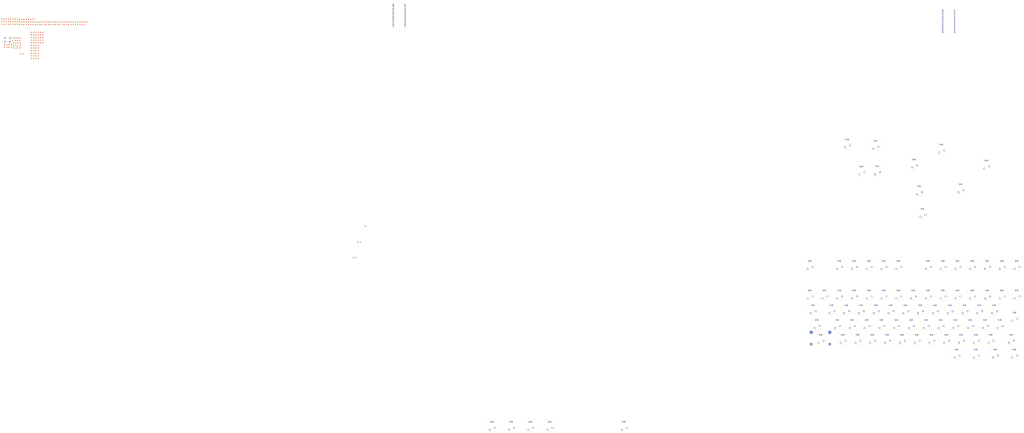
<source format=kicad_pcb>
(kicad_pcb (version 20171130) (host pcbnew "(5.1.10)-1")
  (layers (0 F.Cu signal) (31 B.Cu signal) (34 B.Paste user) (35 F.Paste user) (36 B.SilkS user) (37 F.SilkS user) (38 B.Mask user) (39 F.Mask user) (44 Edge.Cuts user))
  (net 0 "")
  (net 1 "Net-(D1-Pad2)")
  (net 2 "Net-(D2-Pad2)")
  (net 3 "Net-(D3-Pad2)")
  (net 4 "Net-(D4-Pad2)")
  (net 5 "Net-(D5-Pad2)")
  (net 6 "Net-(D6-Pad2)")
  (net 7 "Net-(D7-Pad2)")
  (net 8 "Net-(D8-Pad2)")
  (net 9 "Net-(D9-Pad2)")
  (net 10 "Net-(D10-Pad2)")
  (net 11 "Net-(D11-Pad2)")
  (net 12 "Net-(D12-Pad2)")
  (net 13 "Net-(D13-Pad2)")
  (net 14 "Net-(D14-Pad2)")
  (net 15 "Net-(D15-Pad2)")
  (net 16 "Net-(D16-Pad2)")
  (net 17 "Net-(D17-Pad2)")
  (net 18 "Net-(D18-Pad2)")
  (net 19 "Net-(D19-Pad2)")
  (net 20 "Net-(D20-Pad2)")
  (net 21 "Net-(D21-Pad2)")
  (net 22 "Net-(D22-Pad2)")
  (net 23 "Net-(D23-Pad2)")
  (net 24 "Net-(D24-Pad2)")
  (net 25 "Net-(D25-Pad2)")
  (net 26 "Net-(D26-Pad2)")
  (net 27 "Net-(D27-Pad2)")
  (net 28 "Net-(D28-Pad2)")
  (net 29 "Net-(D29-Pad2)")
  (net 30 "Net-(D30-Pad2)")
  (net 31 "Net-(D31-Pad2)")
  (net 32 "Net-(D32-Pad2)")
  (net 33 "Net-(D33-Pad2)")
  (net 34 "Net-(D34-Pad2)")
  (net 35 "Net-(D35-Pad2)")
  (net 36 "Net-(D36-Pad2)")
  (net 37 "Net-(D37-Pad2)")
  (net 38 "Net-(D38-Pad2)")
  (net 39 "Net-(D39-Pad2)")
  (net 40 "Net-(D40-Pad2)")
  (net 41 "Net-(D41-Pad2)")
  (net 42 "Net-(D42-Pad2)")
  (net 43 "Net-(D43-Pad2)")
  (net 44 "Net-(D44-Pad2)")
  (net 45 "Net-(D45-Pad2)")
  (net 46 "Net-(D46-Pad2)")
  (net 47 "Net-(D47-Pad2)")
  (net 48 "Net-(D48-Pad2)")
  (net 49 "Net-(D49-Pad2)")
  (net 50 "Net-(D50-Pad2)")
  (net 51 "Net-(D51-Pad2)")
  (net 52 "Net-(D52-Pad2)")
  (net 53 "Net-(D53-Pad2)")
  (net 54 "Net-(D54-Pad2)")
  (net 55 "Net-(D55-Pad2)")
  (net 56 "Net-(D56-Pad2)")
  (net 57 "Net-(D57-Pad2)")
  (net 58 "Net-(D58-Pad2)")
  (net 59 "Net-(D59-Pad2)")
  (net 60 "Net-(D60-Pad2)")
  (net 61 "Net-(D61-Pad2)")
  (net 62 "Net-(D62-Pad2)")
  (net 63 "Net-(D63-Pad2)")
  (net 64 "Net-(D64-Pad2)")
  (net 65 "Net-(D65-Pad2)")
  (net 66 "Net-(D66-Pad2)")
  (net 67 "Net-(D67-Pad2)")
  (net 68 "Net-(D68-Pad2)")
  (net 69 "Net-(D69-Pad2)")
  (net 70 "Net-(D70-Pad2)")
  (net 71 "Net-(D71-Pad2)")
  (net 72 "Net-(D72-Pad2)")
  (net 73 "Net-(D73-Pad2)")
  (net 74 "Net-(D74-Pad2)")
  (net 75 "Net-(D75-Pad2)")
  (net 76 "Net-(D76-Pad2)")
  (net 77 "Net-(D77-Pad2)")
  (net 78 "Net-(D78-Pad2)")
  (net 79 "Net-(D79-Pad2)")
  (net 80 "Net-(D80-Pad2)")
  (net 81 "Net-(D81-Pad2)")
  (net 82 "Net-(D82-Pad2)")
  (net 83 "Net-(D83-Pad2)")
  (net 84 "Net-(D84-Pad2)")
  (net 85 "Net-(D85-Pad2)")
  (net 86 "Net-(D86-Pad2)")
  (net 87 "Net-(D87-Pad2)")
  (net 88 GND)
  (net 89 "Net-(R1-Pad2)")
  (net 90 "Net-(SW29-Pad1)")
  (net 91 "Net-(U2-Pad17)")
  (net 92 "Net-(U2-Pad16)")
  (net 93 "Net-(U2-Pad15)")
  (net 94 "Net-(U2-Pad14)")
  (net 95 Row0)
  (net 96 Row1)
  (net 97 Row2)
  (net 98 Row3)
  (net 99 Row4)
  (net 100 Row5)
  (net 101 PWM)
  (net 102 "Net-(R2-Pad2)")
  (net 103 "Net-(R3-Pad2)")
  (net 104 "Net-(R4-Pad2)")
  (net 105 "Net-(R5-Pad2)")
  (net 106 "Net-(R6-Pad2)")
  (net 107 Col0)
  (net 108 Col1)
  (net 109 Col2)
  (net 110 Col3)
  (net 111 Col4)
  (net 112 Col5)
  (net 113 Col6)
  (net 114 "Net-(SW41-Pad3)")
  (net 115 Col7)
  (net 116 Col8)
  (net 117 Col9)
  (net 118 Col10)
  (net 119 Col11)
  (net 120 Col12)
  (net 121 Col13)
  (net 122 Col14)
  (net 123 Col15)
  (net 124 RST)
  (net 125 MasterTX)
  (net 126 MasterRX)
  (net 127 VCC)
  (net 128 +5C)
  (net 129 "Net-(U2-Pad12)")
  (net 130 "Net-(U2-Pad20)")
  (net 131 "Net-(U2-Pad19)")
  (net 132 "Net-(U2-Pad18)")
  (net 133 "Net-(U2-Pad13)")
  (module Button_Switch_Keyboard:SW_Cherry_MX_1.25u_Plate (layer F.Cu) (at 488.75 595.25)
    (fp_text reference SW15 (at 0 7.874 180) (layer F.SilkS))
    (fp_text value Win)
    (pad 3 thru_hole circle (at -1.52 -5.08 180) (size 1.6 1.6) (drill 0.8) (layers *.Cu *.Mask) (net 104 "Net-(R4-Pad2)"))
    (pad 2 thru_hole rect (at 1.02 -5.08 180) (size 1.6 1.6) (drill 0.8) (layers *.Cu *.Mask) (net 88 GND))
    (pad "" np_thru_hole circle (at -0.25 0 90) (size 4 4) (drill 4) (layers *.Cu *.Mask))
    (pad 1 thru_hole circle (at 3.56 2.54 180) (size 2.2 2.2) (drill 1.5) (layers *.Cu *.Mask) (net 109 Col2))
    (pad 4 thru_hole circle (at -2.79 5.08 180) (size 2.2 2.2) (drill 1.5) (layers *.Cu *.Mask) (net 15 "Net-(D15-Pad2)"))
  )
  (module Button_Switch_Keyboard:SW_Cherry_MX_1.25u_Plate (layer F.Cu) (at 1061.25 502.25)
    (fp_text reference SW67 (at -0.25 7.874 180) (layer F.SilkS))
    (fp_text value Win)
    (pad 3 thru_hole circle (at -1.52 -5.08 180) (size 1.6 1.6) (drill 0.8) (layers *.Cu *.Mask) (net 114 "Net-(SW41-Pad3)"))
    (pad 2 thru_hole rect (at 1.02 -5.08 180) (size 1.6 1.6) (drill 0.8) (layers *.Cu *.Mask) (net 88 GND))
    (pad "" np_thru_hole circle (at -0.25 0 90) (size 4 4) (drill 4) (layers *.Cu *.Mask))
    (pad 1 thru_hole circle (at 3.56 2.54 180) (size 2.2 2.2) (drill 1.5) (layers *.Cu *.Mask) (net 118 Col10))
    (pad 4 thru_hole circle (at -2.79 5.08 180) (size 2.2 2.2) (drill 1.5) (layers *.Cu *.Mask) (net 67 "Net-(D67-Pad2)"))
  )
  (module Diode_SMD:D_SOD-123 (layer F.Cu) (at -145.264999 99.095001)
    (fp_text reference D1 (at 0 -2) (layer F.SilkS))
    (fp_text value 1N4148W)
    (pad 2 smd rect (at 1.65 0) (size 0.9 1.2) (layers F.Cu F.Paste F.Mask) (net 1 "Net-(D1-Pad2)"))
    (pad 1 smd rect (at -1.65 0) (size 0.9 1.2) (layers F.Cu F.Paste F.Mask) (net 95 Row0))
  )
  (module Diode_SMD:D_SOD-123 (layer F.Cu) (at -91.644999 75.775001)
    (fp_text reference D2 (at 0 -2) (layer F.SilkS))
    (fp_text value 1N4148W)
    (pad 1 smd rect (at -1.65 0) (size 0.9 1.2) (layers F.Cu F.Paste F.Mask) (net 96 Row1))
    (pad 2 smd rect (at 1.65 0) (size 0.9 1.2) (layers F.Cu F.Paste F.Mask) (net 2 "Net-(D2-Pad2)"))
  )
  (module Diode_SMD:D_SOD-123 (layer F.Cu) (at -97.394999 79.125001)
    (fp_text reference D3 (at 0 -2) (layer F.SilkS))
    (fp_text value 1N4148W)
    (pad 2 smd rect (at 1.65 0) (size 0.9 1.2) (layers F.Cu F.Paste F.Mask) (net 3 "Net-(D3-Pad2)"))
    (pad 1 smd rect (at -1.65 0) (size 0.9 1.2) (layers F.Cu F.Paste F.Mask) (net 97 Row2))
  )
  (module Diode_SMD:D_SOD-123 (layer F.Cu) (at -103.144999 79.125001)
    (fp_text reference D4 (at 0 -2) (layer F.SilkS))
    (fp_text value 1N4148W)
    (pad 1 smd rect (at -1.65 0) (size 0.9 1.2) (layers F.Cu F.Paste F.Mask) (net 98 Row3))
    (pad 2 smd rect (at 1.65 0) (size 0.9 1.2) (layers F.Cu F.Paste F.Mask) (net 4 "Net-(D4-Pad2)"))
  )
  (module Diode_SMD:D_SOD-123 (layer F.Cu) (at -97.394999 75.775001)
    (fp_text reference D5 (at 0 -2) (layer F.SilkS))
    (fp_text value 1N4148W)
    (pad 1 smd rect (at -1.65 0) (size 0.9 1.2) (layers F.Cu F.Paste F.Mask) (net 99 Row4))
    (pad 2 smd rect (at 1.65 0) (size 0.9 1.2) (layers F.Cu F.Paste F.Mask) (net 5 "Net-(D5-Pad2)"))
  )
  (module Diode_SMD:D_SOD-123 (layer F.Cu) (at -103.144999 75.775001)
    (fp_text reference D6 (at 0 -2) (layer F.SilkS))
    (fp_text value 1N4148W)
    (pad 2 smd rect (at 1.65 0) (size 0.9 1.2) (layers F.Cu F.Paste F.Mask) (net 6 "Net-(D6-Pad2)"))
    (pad 1 smd rect (at -1.65 0) (size 0.9 1.2) (layers F.Cu F.Paste F.Mask) (net 100 Row5))
  )
  (module Diode_SMD:D_SOD-123 (layer F.Cu) (at -108.894999 79.125001)
    (fp_text reference D7 (at 0 -2) (layer F.SilkS))
    (fp_text value 1N4148W)
    (pad 1 smd rect (at -1.65 0) (size 0.9 1.2) (layers F.Cu F.Paste F.Mask) (net 95 Row0))
    (pad 2 smd rect (at 1.65 0) (size 0.9 1.2) (layers F.Cu F.Paste F.Mask) (net 7 "Net-(D7-Pad2)"))
  )
  (module Diode_SMD:D_SOD-123 (layer F.Cu) (at -137.644999 75.775001)
    (fp_text reference D8 (at 0 -2) (layer F.SilkS))
    (fp_text value 1N4148W)
    (pad 1 smd rect (at -1.65 0) (size 0.9 1.2) (layers F.Cu F.Paste F.Mask) (net 96 Row1))
    (pad 2 smd rect (at 1.65 0) (size 0.9 1.2) (layers F.Cu F.Paste F.Mask) (net 8 "Net-(D8-Pad2)"))
  )
  (module Diode_SMD:D_SOD-123 (layer F.Cu) (at -108.894999 75.775001)
    (fp_text reference D9 (at 0 -2) (layer F.SilkS))
    (fp_text value 1N4148W)
    (pad 1 smd rect (at -1.65 0) (size 0.9 1.2) (layers F.Cu F.Paste F.Mask) (net 100 Row5))
    (pad 2 smd rect (at 1.65 0) (size 0.9 1.2) (layers F.Cu F.Paste F.Mask) (net 9 "Net-(D9-Pad2)"))
  )
  (module Diode_SMD:D_SOD-123 (layer F.Cu) (at -114.644999 79.125001)
    (fp_text reference D10 (at 0 -2) (layer F.SilkS))
    (fp_text value 1N4148W)
    (pad 2 smd rect (at 1.65 0) (size 0.9 1.2) (layers F.Cu F.Paste F.Mask) (net 10 "Net-(D10-Pad2)"))
    (pad 1 smd rect (at -1.65 0) (size 0.9 1.2) (layers F.Cu F.Paste F.Mask) (net 97 Row2))
  )
  (module Diode_SMD:D_SOD-123 (layer F.Cu) (at -120.394999 79.125001)
    (fp_text reference D11 (at 0 -2) (layer F.SilkS))
    (fp_text value 1N4148W)
    (pad 2 smd rect (at 1.65 0) (size 0.9 1.2) (layers F.Cu F.Paste F.Mask) (net 11 "Net-(D11-Pad2)"))
    (pad 1 smd rect (at -1.65 0) (size 0.9 1.2) (layers F.Cu F.Paste F.Mask) (net 98 Row3))
  )
  (module Diode_SMD:D_SOD-123 (layer F.Cu) (at -114.644999 75.775001)
    (fp_text reference D12 (at 0 -2) (layer F.SilkS))
    (fp_text value 1N4148W)
    (pad 2 smd rect (at 1.65 0) (size 0.9 1.2) (layers F.Cu F.Paste F.Mask) (net 12 "Net-(D12-Pad2)"))
    (pad 1 smd rect (at -1.65 0) (size 0.9 1.2) (layers F.Cu F.Paste F.Mask) (net 95 Row0))
  )
  (module Diode_SMD:D_SOD-123 (layer F.Cu) (at -85.894999 75.775001)
    (fp_text reference D13 (at 0 -2) (layer F.SilkS))
    (fp_text value 1N4148W)
    (pad 1 smd rect (at -1.65 0) (size 0.9 1.2) (layers F.Cu F.Paste F.Mask) (net 96 Row1))
    (pad 2 smd rect (at 1.65 0) (size 0.9 1.2) (layers F.Cu F.Paste F.Mask) (net 13 "Net-(D13-Pad2)"))
  )
  (module Diode_SMD:D_SOD-123 (layer F.Cu) (at -126.144999 79.125001)
    (fp_text reference D14 (at 0 -2) (layer F.SilkS))
    (fp_text value 1N4148W)
    (pad 2 smd rect (at 1.65 0) (size 0.9 1.2) (layers F.Cu F.Paste F.Mask) (net 14 "Net-(D14-Pad2)"))
    (pad 1 smd rect (at -1.65 0) (size 0.9 1.2) (layers F.Cu F.Paste F.Mask) (net 99 Row4))
  )
  (module Diode_SMD:D_SOD-123 (layer F.Cu) (at -131.894999 79.125001)
    (fp_text reference D15 (at 0 -2) (layer F.SilkS))
    (fp_text value 1N4148W)
    (pad 2 smd rect (at 1.65 0) (size 0.9 1.2) (layers F.Cu F.Paste F.Mask) (net 15 "Net-(D15-Pad2)"))
    (pad 1 smd rect (at -1.65 0) (size 0.9 1.2) (layers F.Cu F.Paste F.Mask) (net 100 Row5))
  )
  (module Diode_SMD:D_SOD-123 (layer F.Cu) (at -126.144999 75.775001)
    (fp_text reference D16 (at 0 -2) (layer F.SilkS))
    (fp_text value 1N4148W)
    (pad 1 smd rect (at -1.65 0) (size 0.9 1.2) (layers F.Cu F.Paste F.Mask) (net 97 Row2))
    (pad 2 smd rect (at 1.65 0) (size 0.9 1.2) (layers F.Cu F.Paste F.Mask) (net 16 "Net-(D16-Pad2)"))
  )
  (module Diode_SMD:D_SOD-123 (layer F.Cu) (at -131.894999 75.775001)
    (fp_text reference D17 (at 0 -2) (layer F.SilkS))
    (fp_text value 1N4148W)
    (pad 1 smd rect (at -1.65 0) (size 0.9 1.2) (layers F.Cu F.Paste F.Mask) (net 98 Row3))
    (pad 2 smd rect (at 1.65 0) (size 0.9 1.2) (layers F.Cu F.Paste F.Mask) (net 17 "Net-(D17-Pad2)"))
  )
  (module Diode_SMD:D_SOD-123 (layer F.Cu) (at -137.644999 79.125001)
    (fp_text reference D18 (at 0 -2) (layer F.SilkS))
    (fp_text value 1N4148W)
    (pad 1 smd rect (at -1.65 0) (size 0.9 1.2) (layers F.Cu F.Paste F.Mask) (net 95 Row0))
    (pad 2 smd rect (at 1.65 0) (size 0.9 1.2) (layers F.Cu F.Paste F.Mask) (net 18 "Net-(D18-Pad2)"))
  )
  (module Diode_SMD:D_SOD-123 (layer F.Cu) (at -143.394999 79.125001)
    (fp_text reference D19 (at 0 -2) (layer F.SilkS))
    (fp_text value 1N4148W)
    (pad 2 smd rect (at 1.65 0) (size 0.9 1.2) (layers F.Cu F.Paste F.Mask) (net 19 "Net-(D19-Pad2)"))
    (pad 1 smd rect (at -1.65 0) (size 0.9 1.2) (layers F.Cu F.Paste F.Mask) (net 96 Row1))
  )
  (module Diode_SMD:D_SOD-123 (layer F.Cu) (at -165.1 116.84)
    (fp_text reference D20 (at 0 -2) (layer F.SilkS))
    (fp_text value 1N4148W)
    (pad 2 smd rect (at 1.65 0) (size 0.9 1.2) (layers F.Cu F.Paste F.Mask) (net 20 "Net-(D20-Pad2)"))
    (pad 1 smd rect (at -1.65 0) (size 0.9 1.2) (layers F.Cu F.Paste F.Mask) (net 99 Row4))
  )
  (module Diode_SMD:D_SOD-123 (layer F.Cu) (at -174.164999 106.275001)
    (fp_text reference D21 (at 0 -2) (layer F.SilkS))
    (fp_text value 1N4148W)
    (pad 1 smd rect (at -1.65 0) (size 0.9 1.2) (layers F.Cu F.Paste F.Mask) (net 100 Row5))
    (pad 2 smd rect (at 1.65 0) (size 0.9 1.2) (layers F.Cu F.Paste F.Mask) (net 21 "Net-(D21-Pad2)"))
  )
  (module Diode_SMD:D_SOD-123 (layer F.Cu) (at -151.014999 99.095001)
    (fp_text reference D22 (at 0 -2) (layer F.SilkS))
    (fp_text value 1N4148W)
    (pad 2 smd rect (at 1.65 0) (size 0.9 1.2) (layers F.Cu F.Paste F.Mask) (net 22 "Net-(D22-Pad2)"))
    (pad 1 smd rect (at -1.65 0) (size 0.9 1.2) (layers F.Cu F.Paste F.Mask) (net 97 Row2))
  )
  (module Diode_SMD:D_SOD-123 (layer F.Cu) (at -139.514999 95.745001)
    (fp_text reference D23 (at 0 -2) (layer F.SilkS))
    (fp_text value 1N4148W)
    (pad 2 smd rect (at 1.65 0) (size 0.9 1.2) (layers F.Cu F.Paste F.Mask) (net 23 "Net-(D23-Pad2)"))
    (pad 1 smd rect (at -1.65 0) (size 0.9 1.2) (layers F.Cu F.Paste F.Mask) (net 98 Row3))
  )
  (module Diode_SMD:D_SOD-123 (layer F.Cu) (at -183.644999 71.965001)
    (fp_text reference D24 (at 0 -2) (layer F.SilkS))
    (fp_text value 1N4148W)
    (pad 2 smd rect (at 1.65 0) (size 0.9 1.2) (layers F.Cu F.Paste F.Mask) (net 24 "Net-(D24-Pad2)"))
    (pad 1 smd rect (at -1.65 0) (size 0.9 1.2) (layers F.Cu F.Paste F.Mask) (net 95 Row0))
  )
  (module Diode_SMD:D_SOD-123 (layer F.Cu) (at -183.644999 75.315001)
    (fp_text reference D25 (at 0 -2) (layer F.SilkS))
    (fp_text value 1N4148W)
    (pad 2 smd rect (at 1.65 0) (size 0.9 1.2) (layers F.Cu F.Paste F.Mask) (net 25 "Net-(D25-Pad2)"))
    (pad 1 smd rect (at -1.65 0) (size 0.9 1.2) (layers F.Cu F.Paste F.Mask) (net 96 Row1))
  )
  (module Diode_SMD:D_SOD-123 (layer F.Cu) (at -143.394999 75.775001)
    (fp_text reference D26 (at 0 -2) (layer F.SilkS))
    (fp_text value 1N4148W)
    (pad 1 smd rect (at -1.65 0) (size 0.9 1.2) (layers F.Cu F.Paste F.Mask) (net 99 Row4))
    (pad 2 smd rect (at 1.65 0) (size 0.9 1.2) (layers F.Cu F.Paste F.Mask) (net 26 "Net-(D26-Pad2)"))
  )
  (module Diode_SMD:D_SOD-123 (layer F.Cu) (at -149.144999 79.125001)
    (fp_text reference D27 (at 0 -2) (layer F.SilkS))
    (fp_text value 1N4148W)
    (pad 1 smd rect (at -1.65 0) (size 0.9 1.2) (layers F.Cu F.Paste F.Mask) (net 97 Row2))
    (pad 2 smd rect (at 1.65 0) (size 0.9 1.2) (layers F.Cu F.Paste F.Mask) (net 27 "Net-(D27-Pad2)"))
  )
  (module Diode_SMD:D_SOD-123 (layer F.Cu) (at -149.144999 75.775001)
    (fp_text reference D28 (at 0 -2) (layer F.SilkS))
    (fp_text value 1N4148W)
    (pad 1 smd rect (at -1.65 0) (size 0.9 1.2) (layers F.Cu F.Paste F.Mask) (net 98 Row3))
    (pad 2 smd rect (at 1.65 0) (size 0.9 1.2) (layers F.Cu F.Paste F.Mask) (net 28 "Net-(D28-Pad2)"))
  )
  (module Diode_SMD:D_SOD-123 (layer F.Cu) (at -154.894999 79.095001)
    (fp_text reference D29 (at 0 -2) (layer F.SilkS))
    (fp_text value 1N4148W)
    (pad 1 smd rect (at -1.65 0) (size 0.9 1.2) (layers F.Cu F.Paste F.Mask) (net 96 Row1))
    (pad 2 smd rect (at 1.65 0) (size 0.9 1.2) (layers F.Cu F.Paste F.Mask) (net 29 "Net-(D29-Pad2)"))
  )
  (module Diode_SMD:D_SOD-123 (layer F.Cu) (at -154.894999 75.745001)
    (fp_text reference D30 (at 0 -2) (layer F.SilkS))
    (fp_text value 1N4148W)
    (pad 2 smd rect (at 1.65 0) (size 0.9 1.2) (layers F.Cu F.Paste F.Mask) (net 30 "Net-(D30-Pad2)"))
    (pad 1 smd rect (at -1.65 0) (size 0.9 1.2) (layers F.Cu F.Paste F.Mask) (net 99 Row4))
  )
  (module Diode_SMD:D_SOD-123 (layer F.Cu) (at -154.894999 72.395001)
    (fp_text reference D31 (at 0 -2) (layer F.SilkS))
    (fp_text value 1N4148W)
    (pad 2 smd rect (at 1.65 0) (size 0.9 1.2) (layers F.Cu F.Paste F.Mask) (net 31 "Net-(D31-Pad2)"))
    (pad 1 smd rect (at -1.65 0) (size 0.9 1.2) (layers F.Cu F.Paste F.Mask) (net 97 Row2))
  )
  (module Diode_SMD:D_SOD-123 (layer F.Cu) (at -160.644999 79.095001)
    (fp_text reference D32 (at 0 -2) (layer F.SilkS))
    (fp_text value 1N4148W)
    (pad 2 smd rect (at 1.65 0) (size 0.9 1.2) (layers F.Cu F.Paste F.Mask) (net 32 "Net-(D32-Pad2)"))
    (pad 1 smd rect (at -1.65 0) (size 0.9 1.2) (layers F.Cu F.Paste F.Mask) (net 98 Row3))
  )
  (module Diode_SMD:D_SOD-123 (layer F.Cu) (at -166.394999 79.095001)
    (fp_text reference D33 (at 0 -2) (layer F.SilkS))
    (fp_text value 1N4148W)
    (pad 2 smd rect (at 1.65 0) (size 0.9 1.2) (layers F.Cu F.Paste F.Mask) (net 33 "Net-(D33-Pad2)"))
    (pad 1 smd rect (at -1.65 0) (size 0.9 1.2) (layers F.Cu F.Paste F.Mask) (net 95 Row0))
  )
  (module Diode_SMD:D_SOD-123 (layer F.Cu) (at -160.644999 75.745001)
    (fp_text reference D34 (at 0 -2) (layer F.SilkS))
    (fp_text value 1N4148W)
    (pad 2 smd rect (at 1.65 0) (size 0.9 1.2) (layers F.Cu F.Paste F.Mask) (net 34 "Net-(D34-Pad2)"))
    (pad 1 smd rect (at -1.65 0) (size 0.9 1.2) (layers F.Cu F.Paste F.Mask) (net 96 Row1))
  )
  (module Diode_SMD:D_SOD-123 (layer F.Cu) (at -160.644999 72.395001)
    (fp_text reference D35 (at 0 -2) (layer F.SilkS))
    (fp_text value 1N4148W)
    (pad 2 smd rect (at 1.65 0) (size 0.9 1.2) (layers F.Cu F.Paste F.Mask) (net 35 "Net-(D35-Pad2)"))
    (pad 1 smd rect (at -1.65 0) (size 0.9 1.2) (layers F.Cu F.Paste F.Mask) (net 99 Row4))
  )
  (module Diode_SMD:D_SOD-123 (layer F.Cu) (at -177.894999 71.965001)
    (fp_text reference D36 (at 0 -2) (layer F.SilkS))
    (fp_text value 1N4148W)
    (pad 1 smd rect (at -1.65 0) (size 0.9 1.2) (layers F.Cu F.Paste F.Mask) (net 97 Row2))
    (pad 2 smd rect (at 1.65 0) (size 0.9 1.2) (layers F.Cu F.Paste F.Mask) (net 36 "Net-(D36-Pad2)"))
  )
  (module Diode_SMD:D_SOD-123 (layer F.Cu) (at -172.144999 78.665001)
    (fp_text reference D37 (at 0 -2) (layer F.SilkS))
    (fp_text value 1N4148W)
    (pad 1 smd rect (at -1.65 0) (size 0.9 1.2) (layers F.Cu F.Paste F.Mask) (net 98 Row3))
    (pad 2 smd rect (at 1.65 0) (size 0.9 1.2) (layers F.Cu F.Paste F.Mask) (net 37 "Net-(D37-Pad2)"))
  )
  (module Diode_SMD:D_SOD-123 (layer F.Cu) (at -166.394999 72.395001)
    (fp_text reference D38 (at 0 -2) (layer F.SilkS))
    (fp_text value 1N4148W)
    (pad 1 smd rect (at -1.65 0) (size 0.9 1.2) (layers F.Cu F.Paste F.Mask) (net 95 Row0))
    (pad 2 smd rect (at 1.65 0) (size 0.9 1.2) (layers F.Cu F.Paste F.Mask) (net 38 "Net-(D38-Pad2)"))
  )
  (module Diode_SMD:D_SOD-123 (layer F.Cu) (at -177.894999 78.665001)
    (fp_text reference D39 (at 0 -2) (layer F.SilkS))
    (fp_text value 1N4148W)
    (pad 1 smd rect (at -1.65 0) (size 0.9 1.2) (layers F.Cu F.Paste F.Mask) (net 96 Row1))
    (pad 2 smd rect (at 1.65 0) (size 0.9 1.2) (layers F.Cu F.Paste F.Mask) (net 39 "Net-(D39-Pad2)"))
  )
  (module Diode_SMD:D_SOD-123 (layer F.Cu) (at -172.144999 75.315001)
    (fp_text reference D40 (at 0 -2) (layer F.SilkS))
    (fp_text value 1N4148W)
    (pad 1 smd rect (at -1.65 0) (size 0.9 1.2) (layers F.Cu F.Paste F.Mask) (net 99 Row4))
    (pad 2 smd rect (at 1.65 0) (size 0.9 1.2) (layers F.Cu F.Paste F.Mask) (net 40 "Net-(D40-Pad2)"))
  )
  (module Diode_SMD:D_SOD-123 (layer F.Cu) (at -172.144999 71.965001)
    (fp_text reference D41 (at 0 -2) (layer F.SilkS))
    (fp_text value 1N4148W)
    (pad 2 smd rect (at 1.65 0) (size 0.9 1.2) (layers F.Cu F.Paste F.Mask) (net 41 "Net-(D41-Pad2)"))
    (pad 1 smd rect (at -1.65 0) (size 0.9 1.2) (layers F.Cu F.Paste F.Mask) (net 100 Row5))
  )
  (module Diode_SMD:D_SOD-123 (layer F.Cu) (at -177.894999 75.315001)
    (fp_text reference D42 (at 0 -2) (layer F.SilkS))
    (fp_text value 1N4148W)
    (pad 2 smd rect (at 1.65 0) (size 0.9 1.2) (layers F.Cu F.Paste F.Mask) (net 42 "Net-(D42-Pad2)"))
    (pad 1 smd rect (at -1.65 0) (size 0.9 1.2) (layers F.Cu F.Paste F.Mask) (net 97 Row2))
  )
  (module Diode_SMD:D_SOD-123 (layer F.Cu) (at -183.644999 78.665001)
    (fp_text reference D43 (at 0 -2) (layer F.SilkS))
    (fp_text value 1N4148W)
    (pad 2 smd rect (at 1.65 0) (size 0.9 1.2) (layers F.Cu F.Paste F.Mask) (net 43 "Net-(D43-Pad2)"))
    (pad 1 smd rect (at -1.65 0) (size 0.9 1.2) (layers F.Cu F.Paste F.Mask) (net 98 Row3))
  )
  (module Diode_SMD:D_SOD-123 (layer F.Cu) (at -166.394999 75.745001)
    (fp_text reference D44 (at 0 -2) (layer F.SilkS))
    (fp_text value 1N4148W)
    (pad 2 smd rect (at 1.65 0) (size 0.9 1.2) (layers F.Cu F.Paste F.Mask) (net 44 "Net-(D44-Pad2)"))
    (pad 1 smd rect (at -1.65 0) (size 0.9 1.2) (layers F.Cu F.Paste F.Mask) (net 95 Row0))
  )
  (module Diode_SMD:D_SOD-123 (layer F.Cu) (at -85.894999 79.125001)
    (fp_text reference D45 (at 0 -2) (layer F.SilkS))
    (fp_text value 1N4148W)
    (pad 1 smd rect (at -1.65 0) (size 0.9 1.2) (layers F.Cu F.Paste F.Mask) (net 96 Row1))
    (pad 2 smd rect (at 1.65 0) (size 0.9 1.2) (layers F.Cu F.Paste F.Mask) (net 45 "Net-(D45-Pad2)"))
  )
  (module Diode_SMD:D_SOD-123 (layer F.Cu) (at -91.644999 79.125001)
    (fp_text reference D46 (at 0 -2) (layer F.SilkS))
    (fp_text value 1N4148W)
    (pad 2 smd rect (at 1.65 0) (size 0.9 1.2) (layers F.Cu F.Paste F.Mask) (net 46 "Net-(D46-Pad2)"))
    (pad 1 smd rect (at -1.65 0) (size 0.9 1.2) (layers F.Cu F.Paste F.Mask) (net 99 Row4))
  )
  (module Diode_SMD:D_SOD-123 (layer F.Cu) (at -120.394999 75.775001)
    (fp_text reference D47 (at 0 -2) (layer F.SilkS))
    (fp_text value 1N4148W)
    (pad 1 smd rect (at -1.65 0) (size 0.9 1.2) (layers F.Cu F.Paste F.Mask) (net 97 Row2))
    (pad 2 smd rect (at 1.65 0) (size 0.9 1.2) (layers F.Cu F.Paste F.Mask) (net 47 "Net-(D47-Pad2)"))
  )
  (module Diode_SMD:D_SOD-123 (layer F.Cu) (at -189.394999 78.665001)
    (fp_text reference D48 (at 0 -2) (layer F.SilkS))
    (fp_text value 1N4148W)
    (pad 1 smd rect (at -1.65 0) (size 0.9 1.2) (layers F.Cu F.Paste F.Mask) (net 98 Row3))
    (pad 2 smd rect (at 1.65 0) (size 0.9 1.2) (layers F.Cu F.Paste F.Mask) (net 48 "Net-(D48-Pad2)"))
  )
  (module Diode_SMD:D_SOD-123 (layer F.Cu) (at -189.394999 75.315001)
    (fp_text reference D49 (at 0 -2) (layer F.SilkS))
    (fp_text value 1N4148W)
    (pad 1 smd rect (at -1.65 0) (size 0.9 1.2) (layers F.Cu F.Paste F.Mask) (net 95 Row0))
    (pad 2 smd rect (at 1.65 0) (size 0.9 1.2) (layers F.Cu F.Paste F.Mask) (net 49 "Net-(D49-Pad2)"))
  )
  (module Diode_SMD:D_SOD-123 (layer F.Cu) (at 262.855001 379.065001)
    (fp_text reference D50 (at 0 -2) (layer F.SilkS))
    (fp_text value 1N4148W)
    (pad 2 smd rect (at 1.65 0) (size 0.9 1.2) (layers F.Cu F.Paste F.Mask) (net 50 "Net-(D50-Pad2)"))
    (pad 1 smd rect (at -1.65 0) (size 0.9 1.2) (layers F.Cu F.Paste F.Mask) (net 96 Row1))
  )
  (module Diode_SMD:D_SOD-123 (layer F.Cu) (at -189.394999 71.965001)
    (fp_text reference D51 (at 0 -2) (layer F.SilkS))
    (fp_text value 1N4148W)
    (pad 1 smd rect (at -1.65 0) (size 0.9 1.2) (layers F.Cu F.Paste F.Mask) (net 99 Row4))
    (pad 2 smd rect (at 1.65 0) (size 0.9 1.2) (layers F.Cu F.Paste F.Mask) (net 51 "Net-(D51-Pad2)"))
  )
  (module Diode_SMD:D_SOD-123 (layer F.Cu) (at 268.605001 358.945001)
    (fp_text reference D52 (at 0 -2) (layer F.SilkS))
    (fp_text value 1N4148W)
    (pad 2 smd rect (at 1.65 0) (size 0.9 1.2) (layers F.Cu F.Paste F.Mask) (net 52 "Net-(D52-Pad2)"))
    (pad 1 smd rect (at -1.65 0) (size 0.9 1.2) (layers F.Cu F.Paste F.Mask) (net 97 Row2))
  )
  (module Diode_SMD:D_SOD-123 (layer F.Cu) (at -145.264999 122.545001)
    (fp_text reference D53 (at 0 -2) (layer F.SilkS))
    (fp_text value 1N4148W)
    (pad 2 smd rect (at 1.65 0) (size 0.9 1.2) (layers F.Cu F.Paste F.Mask) (net 53 "Net-(D53-Pad2)"))
    (pad 1 smd rect (at -1.65 0) (size 0.9 1.2) (layers F.Cu F.Paste F.Mask) (net 98 Row3))
  )
  (module Diode_SMD:D_SOD-123 (layer F.Cu) (at -151.014999 122.545001)
    (fp_text reference D54 (at 0 -2) (layer F.SilkS))
    (fp_text value 1N4148W)
    (pad 2 smd rect (at 1.65 0) (size 0.9 1.2) (layers F.Cu F.Paste F.Mask) (net 54 "Net-(D54-Pad2)"))
    (pad 1 smd rect (at -1.65 0) (size 0.9 1.2) (layers F.Cu F.Paste F.Mask) (net 96 Row1))
  )
  (module Diode_SMD:D_SOD-123 (layer F.Cu) (at -145.264999 119.195001)
    (fp_text reference D55 (at 0 -2) (layer F.SilkS))
    (fp_text value 1N4148W)
    (pad 2 smd rect (at 1.65 0) (size 0.9 1.2) (layers F.Cu F.Paste F.Mask) (net 55 "Net-(D55-Pad2)"))
    (pad 1 smd rect (at -1.65 0) (size 0.9 1.2) (layers F.Cu F.Paste F.Mask) (net 99 Row4))
  )
  (module Diode_SMD:D_SOD-123 (layer F.Cu) (at -151.014999 119.195001)
    (fp_text reference D56 (at 0 -2) (layer F.SilkS))
    (fp_text value 1N4148W)
    (pad 1 smd rect (at -1.65 0) (size 0.9 1.2) (layers F.Cu F.Paste F.Mask) (net 97 Row2))
    (pad 2 smd rect (at 1.65 0) (size 0.9 1.2) (layers F.Cu F.Paste F.Mask) (net 56 "Net-(D56-Pad2)"))
  )
  (module Diode_SMD:D_SOD-123 (layer F.Cu) (at -145.264999 115.845001)
    (fp_text reference D57 (at 0 -2) (layer F.SilkS))
    (fp_text value 1N4148W)
    (pad 1 smd rect (at -1.65 0) (size 0.9 1.2) (layers F.Cu F.Paste F.Mask) (net 98 Row3))
    (pad 2 smd rect (at 1.65 0) (size 0.9 1.2) (layers F.Cu F.Paste F.Mask) (net 57 "Net-(D57-Pad2)"))
  )
  (module Diode_SMD:D_SOD-123 (layer F.Cu) (at -151.014999 115.845001)
    (fp_text reference D58 (at 0 -2) (layer F.SilkS))
    (fp_text value 1N4148W)
    (pad 2 smd rect (at 1.65 0) (size 0.9 1.2) (layers F.Cu F.Paste F.Mask) (net 58 "Net-(D58-Pad2)"))
    (pad 1 smd rect (at -1.65 0) (size 0.9 1.2) (layers F.Cu F.Paste F.Mask) (net 95 Row0))
  )
  (module Diode_SMD:D_SOD-123 (layer F.Cu) (at -145.264999 112.495001)
    (fp_text reference D59 (at 0 -2) (layer F.SilkS))
    (fp_text value 1N4148W)
    (pad 2 smd rect (at 1.65 0) (size 0.9 1.2) (layers F.Cu F.Paste F.Mask) (net 59 "Net-(D59-Pad2)"))
    (pad 1 smd rect (at -1.65 0) (size 0.9 1.2) (layers F.Cu F.Paste F.Mask) (net 96 Row1))
  )
  (module Diode_SMD:D_SOD-123 (layer F.Cu) (at -145.264999 109.145001)
    (fp_text reference D60 (at 0 -2) (layer F.SilkS))
    (fp_text value 1N4148W)
    (pad 1 smd rect (at -1.65 0) (size 0.9 1.2) (layers F.Cu F.Paste F.Mask) (net 99 Row4))
    (pad 2 smd rect (at 1.65 0) (size 0.9 1.2) (layers F.Cu F.Paste F.Mask) (net 60 "Net-(D60-Pad2)"))
  )
  (module Diode_SMD:D_SOD-123 (layer F.Cu) (at -151.014999 112.495001)
    (fp_text reference D61 (at 0 -2) (layer F.SilkS))
    (fp_text value 1N4148W)
    (pad 1 smd rect (at -1.65 0) (size 0.9 1.2) (layers F.Cu F.Paste F.Mask) (net 100 Row5))
    (pad 2 smd rect (at 1.65 0) (size 0.9 1.2) (layers F.Cu F.Paste F.Mask) (net 61 "Net-(D61-Pad2)"))
  )
  (module Diode_SMD:D_SOD-123 (layer F.Cu) (at -151.014999 109.145001)
    (fp_text reference D62 (at 0 -2) (layer F.SilkS))
    (fp_text value 1N4148W)
    (pad 2 smd rect (at 1.65 0) (size 0.9 1.2) (layers F.Cu F.Paste F.Mask) (net 62 "Net-(D62-Pad2)"))
    (pad 1 smd rect (at -1.65 0) (size 0.9 1.2) (layers F.Cu F.Paste F.Mask) (net 97 Row2))
  )
  (module Diode_SMD:D_SOD-123 (layer F.Cu) (at -145.264999 105.795001)
    (fp_text reference D63 (at 0 -2) (layer F.SilkS))
    (fp_text value 1N4148W)
    (pad 2 smd rect (at 1.65 0) (size 0.9 1.2) (layers F.Cu F.Paste F.Mask) (net 63 "Net-(D63-Pad2)"))
    (pad 1 smd rect (at -1.65 0) (size 0.9 1.2) (layers F.Cu F.Paste F.Mask) (net 98 Row3))
  )
  (module Diode_SMD:D_SOD-123 (layer F.Cu) (at -151.014999 105.795001)
    (fp_text reference D64 (at 0 -2) (layer F.SilkS))
    (fp_text value 1N4148W)
    (pad 1 smd rect (at -1.65 0) (size 0.9 1.2) (layers F.Cu F.Paste F.Mask) (net 95 Row0))
    (pad 2 smd rect (at 1.65 0) (size 0.9 1.2) (layers F.Cu F.Paste F.Mask) (net 64 "Net-(D64-Pad2)"))
  )
  (module Diode_SMD:D_SOD-123 (layer F.Cu) (at -139.514999 102.445001)
    (fp_text reference D65 (at 0 -2) (layer F.SilkS))
    (fp_text value 1N4148W)
    (pad 1 smd rect (at -1.65 0) (size 0.9 1.2) (layers F.Cu F.Paste F.Mask) (net 96 Row1))
    (pad 2 smd rect (at 1.65 0) (size 0.9 1.2) (layers F.Cu F.Paste F.Mask) (net 65 "Net-(D65-Pad2)"))
  )
  (module Diode_SMD:D_SOD-123 (layer F.Cu) (at -145.264999 102.445001)
    (fp_text reference D66 (at 0 -2) (layer F.SilkS))
    (fp_text value 1N4148W)
    (pad 2 smd rect (at 1.65 0) (size 0.9 1.2) (layers F.Cu F.Paste F.Mask) (net 66 "Net-(D66-Pad2)"))
    (pad 1 smd rect (at -1.65 0) (size 0.9 1.2) (layers F.Cu F.Paste F.Mask) (net 99 Row4))
  )
  (module Diode_SMD:D_SOD-123 (layer F.Cu) (at -139.514999 99.095001)
    (fp_text reference D67 (at 0 -2) (layer F.SilkS))
    (fp_text value 1N4148W)
    (pad 2 smd rect (at 1.65 0) (size 0.9 1.2) (layers F.Cu F.Paste F.Mask) (net 67 "Net-(D67-Pad2)"))
    (pad 1 smd rect (at -1.65 0) (size 0.9 1.2) (layers F.Cu F.Paste F.Mask) (net 100 Row5))
  )
  (module Diode_SMD:D_SOD-123 (layer F.Cu) (at -151.014999 102.445001)
    (fp_text reference D68 (at 0 -2) (layer F.SilkS))
    (fp_text value 1N4148W)
    (pad 1 smd rect (at -1.65 0) (size 0.9 1.2) (layers F.Cu F.Paste F.Mask) (net 97 Row2))
    (pad 2 smd rect (at 1.65 0) (size 0.9 1.2) (layers F.Cu F.Paste F.Mask) (net 68 "Net-(D68-Pad2)"))
  )
  (module Diode_SMD:D_SOD-123 (layer F.Cu) (at -174.164999 96.225001)
    (fp_text reference D69 (at 0 -2) (layer F.SilkS))
    (fp_text value 1N4148W)
    (pad 1 smd rect (at -1.65 0) (size 0.9 1.2) (layers F.Cu F.Paste F.Mask) (net 98 Row3))
    (pad 2 smd rect (at 1.65 0) (size 0.9 1.2) (layers F.Cu F.Paste F.Mask) (net 69 "Net-(D69-Pad2)"))
  )
  (module Diode_SMD:D_SOD-123 (layer F.Cu) (at -151.014999 95.745001)
    (fp_text reference D70 (at 0 -2) (layer F.SilkS))
    (fp_text value 1N4148W)
    (pad 2 smd rect (at 1.65 0) (size 0.9 1.2) (layers F.Cu F.Paste F.Mask) (net 70 "Net-(D70-Pad2)"))
    (pad 1 smd rect (at -1.65 0) (size 0.9 1.2) (layers F.Cu F.Paste F.Mask) (net 95 Row0))
  )
  (module Diode_SMD:D_SOD-123 (layer F.Cu) (at -139.514999 92.395001)
    (fp_text reference D71 (at 0 -2) (layer F.SilkS))
    (fp_text value 1N4148W)
    (pad 1 smd rect (at -1.65 0) (size 0.9 1.2) (layers F.Cu F.Paste F.Mask) (net 96 Row1))
    (pad 2 smd rect (at 1.65 0) (size 0.9 1.2) (layers F.Cu F.Paste F.Mask) (net 71 "Net-(D71-Pad2)"))
  )
  (module Diode_SMD:D_SOD-123 (layer F.Cu) (at -145.264999 92.395001)
    (fp_text reference D72 (at 0 -2) (layer F.SilkS))
    (fp_text value 1N4148W)
    (pad 1 smd rect (at -1.65 0) (size 0.9 1.2) (layers F.Cu F.Paste F.Mask) (net 100 Row5))
    (pad 2 smd rect (at 1.65 0) (size 0.9 1.2) (layers F.Cu F.Paste F.Mask) (net 72 "Net-(D72-Pad2)"))
  )
  (module Diode_SMD:D_SOD-123 (layer F.Cu) (at -151.014999 92.395001)
    (fp_text reference D73 (at 0 -2) (layer F.SilkS))
    (fp_text value 1N4148W)
    (pad 1 smd rect (at -1.65 0) (size 0.9 1.2) (layers F.Cu F.Paste F.Mask) (net 95 Row0))
    (pad 2 smd rect (at 1.65 0) (size 0.9 1.2) (layers F.Cu F.Paste F.Mask) (net 73 "Net-(D73-Pad2)"))
  )
  (module Diode_SMD:D_SOD-123 (layer F.Cu) (at -139.514999 89.045001)
    (fp_text reference D74 (at 0 -2) (layer F.SilkS))
    (fp_text value 1N4148W)
    (pad 1 smd rect (at -1.65 0) (size 0.9 1.2) (layers F.Cu F.Paste F.Mask) (net 98 Row3))
    (pad 2 smd rect (at 1.65 0) (size 0.9 1.2) (layers F.Cu F.Paste F.Mask) (net 74 "Net-(D74-Pad2)"))
  )
  (module Diode_SMD:D_SOD-123 (layer F.Cu) (at -145.264999 89.045001)
    (fp_text reference D75 (at 0 -2) (layer F.SilkS))
    (fp_text value 1N4148W)
    (pad 1 smd rect (at -1.65 0) (size 0.9 1.2) (layers F.Cu F.Paste F.Mask) (net 99 Row4))
    (pad 2 smd rect (at 1.65 0) (size 0.9 1.2) (layers F.Cu F.Paste F.Mask) (net 75 "Net-(D75-Pad2)"))
  )
  (module Diode_SMD:D_SOD-123 (layer F.Cu) (at -179.914999 108.125001)
    (fp_text reference D76 (at 0 -2) (layer F.SilkS))
    (fp_text value 1N4148W)
    (pad 2 smd rect (at 1.65 0) (size 0.9 1.2) (layers F.Cu F.Paste F.Mask) (net 76 "Net-(D76-Pad2)"))
    (pad 1 smd rect (at -1.65 0) (size 0.9 1.2) (layers F.Cu F.Paste F.Mask) (net 100 Row5))
  )
  (module Diode_SMD:D_SOD-123 (layer F.Cu) (at -185.664999 108.125001)
    (fp_text reference D77 (at 0 -2) (layer F.SilkS))
    (fp_text value 1N4148W)
    (pad 1 smd rect (at -1.65 0) (size 0.9 1.2) (layers F.Cu F.Paste F.Mask) (net 97 Row2))
    (pad 2 smd rect (at 1.65 0) (size 0.9 1.2) (layers F.Cu F.Paste F.Mask) (net 77 "Net-(D77-Pad2)"))
  )
  (module Diode_SMD:D_SOD-123 (layer F.Cu) (at -151.014999 89.045001)
    (fp_text reference D78 (at 0 -2) (layer F.SilkS))
    (fp_text value 1N4148W)
    (pad 1 smd rect (at -1.65 0) (size 0.9 1.2) (layers F.Cu F.Paste F.Mask) (net 96 Row1))
    (pad 2 smd rect (at 1.65 0) (size 0.9 1.2) (layers F.Cu F.Paste F.Mask) (net 78 "Net-(D78-Pad2)"))
  )
  (module Diode_SMD:D_SOD-123 (layer F.Cu) (at -185.664999 104.775001)
    (fp_text reference D79 (at 0 -2) (layer F.SilkS))
    (fp_text value 1N4148W)
    (pad 1 smd rect (at -1.65 0) (size 0.9 1.2) (layers F.Cu F.Paste F.Mask) (net 97 Row2))
    (pad 2 smd rect (at 1.65 0) (size 0.9 1.2) (layers F.Cu F.Paste F.Mask) (net 79 "Net-(D79-Pad2)"))
  )
  (module Diode_SMD:D_SOD-123 (layer F.Cu) (at -179.914999 104.775001)
    (fp_text reference D80 (at 0 -2) (layer F.SilkS))
    (fp_text value 1N4148W)
    (pad 1 smd rect (at -1.65 0) (size 0.9 1.2) (layers F.Cu F.Paste F.Mask) (net 100 Row5))
    (pad 2 smd rect (at 1.65 0) (size 0.9 1.2) (layers F.Cu F.Paste F.Mask) (net 80 "Net-(D80-Pad2)"))
  )
  (module Diode_SMD:D_SOD-123 (layer F.Cu) (at -145.264999 95.745001)
    (fp_text reference D81 (at 0 -2) (layer F.SilkS))
    (fp_text value 1N4148W)
    (pad 2 smd rect (at 1.65 0) (size 0.9 1.2) (layers F.Cu F.Paste F.Mask) (net 81 "Net-(D81-Pad2)"))
    (pad 1 smd rect (at -1.65 0) (size 0.9 1.2) (layers F.Cu F.Paste F.Mask) (net 96 Row1))
  )
  (module Diode_SMD:D_SOD-123 (layer F.Cu) (at -168.414999 96.225001)
    (fp_text reference D82 (at 0 -2) (layer F.SilkS))
    (fp_text value 1N4148W)
    (pad 2 smd rect (at 1.65 0) (size 0.9 1.2) (layers F.Cu F.Paste F.Mask) (net 82 "Net-(D82-Pad2)"))
    (pad 1 smd rect (at -1.65 0) (size 0.9 1.2) (layers F.Cu F.Paste F.Mask) (net 97 Row2))
  )
  (module Diode_SMD:D_SOD-123 (layer F.Cu) (at -175.114999 99.575001)
    (fp_text reference D83 (at 0 -2) (layer F.SilkS))
    (fp_text value 1N4148W)
    (pad 1 smd rect (at -1.65 0) (size 0.9 1.2) (layers F.Cu F.Paste F.Mask) (net 99 Row4))
    (pad 2 smd rect (at 1.65 0) (size 0.9 1.2) (layers F.Cu F.Paste F.Mask) (net 83 "Net-(D83-Pad2)"))
  )
  (module Diode_SMD:D_SOD-123 (layer F.Cu) (at -169.364999 99.575001)
    (fp_text reference D84 (at 0 -2) (layer F.SilkS))
    (fp_text value 1N4148W)
    (pad 1 smd rect (at -1.65 0) (size 0.9 1.2) (layers F.Cu F.Paste F.Mask) (net 100 Row5))
    (pad 2 smd rect (at 1.65 0) (size 0.9 1.2) (layers F.Cu F.Paste F.Mask) (net 84 "Net-(D84-Pad2)"))
  )
  (module Diode_SMD:D_SOD-123 (layer F.Cu) (at -174.164999 102.925001)
    (fp_text reference D85 (at 0 -2) (layer F.SilkS))
    (fp_text value 1N4148W)
    (pad 2 smd rect (at 1.65 0) (size 0.9 1.2) (layers F.Cu F.Paste F.Mask) (net 85 "Net-(D85-Pad2)"))
    (pad 1 smd rect (at -1.65 0) (size 0.9 1.2) (layers F.Cu F.Paste F.Mask) (net 96 Row1))
  )
  (module Diode_SMD:D_SOD-123 (layer F.Cu) (at -168.414999 102.925001)
    (fp_text reference D86 (at 0 -2) (layer F.SilkS))
    (fp_text value 1N4148W)
    (pad 2 smd rect (at 1.65 0) (size 0.9 1.2) (layers F.Cu F.Paste F.Mask) (net 86 "Net-(D86-Pad2)"))
    (pad 1 smd rect (at -1.65 0) (size 0.9 1.2) (layers F.Cu F.Paste F.Mask) (net 97 Row2))
  )
  (module Diode_SMD:D_SOD-123 (layer F.Cu) (at -168.414999 106.275001)
    (fp_text reference D87 (at 0 -2) (layer F.SilkS))
    (fp_text value 1N4148W)
    (pad 2 smd rect (at 1.65 0) (size 0.9 1.2) (layers F.Cu F.Paste F.Mask) (net 87 "Net-(D87-Pad2)"))
    (pad 1 smd rect (at -1.65 0) (size 0.9 1.2) (layers F.Cu F.Paste F.Mask) (net 100 Row5))
  )
  (module Resistor_SMD:R_0603_1608Metric (layer F.Cu) (at -81.014999 75.355001)
    (fp_text reference R1 (at 0 -1.43) (layer F.SilkS))
    (fp_text value 5k)
    (pad 2 smd roundrect (at 0.825 0) (size 0.8 0.95) (layers F.Cu F.Paste F.Mask) (net 89 "Net-(R1-Pad2)"))
    (pad 1 smd roundrect (at -0.825 0) (size 0.8 0.95) (layers F.Cu F.Paste F.Mask) (net 101 PWM))
  )
  (module Resistor_SMD:R_0603_1608Metric (layer F.Cu) (at -150.014999 71.975001)
    (fp_text reference R2 (at 0 -1.43) (layer F.SilkS))
    (fp_text value 5k)
    (pad 1 smd roundrect (at -0.825 0) (size 0.8 0.95) (layers F.Cu F.Paste F.Mask) (net 101 PWM))
    (pad 2 smd roundrect (at 0.825 0) (size 0.8 0.95) (layers F.Cu F.Paste F.Mask) (net 102 "Net-(R2-Pad2)"))
  )
  (module Resistor_SMD:R_0603_1608Metric (layer F.Cu) (at 276.485001 338.405001)
    (fp_text reference R3 (at 0 -1.43) (layer F.SilkS))
    (fp_text value 5k)
    (pad 2 smd roundrect (at 0.825 0) (size 0.8 0.95) (layers F.Cu F.Paste F.Mask) (net 103 "Net-(R3-Pad2)"))
    (pad 1 smd roundrect (at -0.825 0) (size 0.8 0.95) (layers F.Cu F.Paste F.Mask) (net 101 PWM))
  )
  (module Resistor_SMD:R_0603_1608Metric (layer F.Cu) (at -167.014999 109.205001)
    (fp_text reference R4 (at 0 -1.43) (layer F.SilkS))
    (fp_text value 5k)
    (pad 2 smd roundrect (at 0.825 0) (size 0.8 0.95) (layers F.Cu F.Paste F.Mask) (net 104 "Net-(R4-Pad2)"))
    (pad 1 smd roundrect (at -0.825 0) (size 0.8 0.95) (layers F.Cu F.Paste F.Mask) (net 101 PWM))
  )
  (module Resistor_SMD:R_0603_1608Metric (layer F.Cu) (at -171.024999 109.205001)
    (fp_text reference R5 (at 0 -1.43) (layer F.SilkS))
    (fp_text value 5k)
    (pad 1 smd roundrect (at -0.825 0) (size 0.8 0.95) (layers F.Cu F.Paste F.Mask) (net 101 PWM))
    (pad 2 smd roundrect (at 0.825 0) (size 0.8 0.95) (layers F.Cu F.Paste F.Mask) (net 105 "Net-(R5-Pad2)"))
  )
  (module Resistor_SMD:R_0603_1608Metric (layer F.Cu) (at -175.034999 109.205001)
    (fp_text reference R6 (at 0 -1.43) (layer F.SilkS))
    (fp_text value 5k)
    (pad 1 smd roundrect (at -0.825 0) (size 0.8 0.95) (layers F.Cu F.Paste F.Mask) (net 101 PWM))
    (pad 2 smd roundrect (at 0.825 0) (size 0.8 0.95) (layers F.Cu F.Paste F.Mask) (net 106 "Net-(R6-Pad2)"))
  )
  (module Button_Switch_Keyboard:SW_Cherry_MX_1.00u_Plate (layer F.Cu) (at 847.5 388.25)
    (fp_text reference SW1 (at 0 7.874 180) (layer F.SilkS))
    (fp_text value Esc)
    (pad 3 thru_hole circle (at -1.27 -5.08 180) (size 1.6 1.6) (drill 0.8) (layers *.Cu *.Mask) (net 89 "Net-(R1-Pad2)"))
    (pad 2 thru_hole rect (at 1.27 -5.08 180) (size 1.6 1.6) (drill 0.8) (layers *.Cu *.Mask) (net 88 GND))
    (pad "" np_thru_hole circle (at 0 0 180) (size 4 4) (drill 4) (layers *.Cu *.Mask))
    (pad 1 thru_hole circle (at 3.81 2.54 180) (size 2.2 2.2) (drill 1.5) (layers *.Cu *.Mask) (net 107 Col0))
    (pad 4 thru_hole circle (at -2.54 5.08 180) (size 2.2 2.2) (drill 1.5) (layers *.Cu *.Mask) (net 1 "Net-(D1-Pad2)"))
  )
  (module Button_Switch_Keyboard:SW_Cherry_MX_1.00u_Plate (layer F.Cu) (at 847.5 426.25)
    (fp_text reference SW2 (at 0 7.874 180) (layer F.SilkS))
    (fp_text value Zen/Han)
    (pad 4 thru_hole circle (at -2.54 5.08 180) (size 2.2 2.2) (drill 1.5) (layers *.Cu *.Mask) (net 2 "Net-(D2-Pad2)"))
    (pad 1 thru_hole circle (at 3.81 2.54 180) (size 2.2 2.2) (drill 1.5) (layers *.Cu *.Mask) (net 107 Col0))
    (pad "" np_thru_hole circle (at 0 0 180) (size 4 4) (drill 4) (layers *.Cu *.Mask))
    (pad 2 thru_hole rect (at 1.27 -5.08 180) (size 1.6 1.6) (drill 0.8) (layers *.Cu *.Mask) (net 88 GND))
    (pad 3 thru_hole circle (at -1.27 -5.08 180) (size 1.6 1.6) (drill 0.8) (layers *.Cu *.Mask) (net 89 "Net-(R1-Pad2)"))
  )
  (module Button_Switch_Keyboard:SW_Cherry_MX_1.50u_Plate (layer F.Cu) (at 851.5 445.25)
    (fp_text reference SW3 (at 0 7.874 180) (layer F.SilkS))
    (fp_text value Tab)
    (pad 4 thru_hole circle (at -2.54 5.08 180) (size 2.2 2.2) (drill 1.5) (layers *.Cu *.Mask) (net 3 "Net-(D3-Pad2)"))
    (pad 1 thru_hole circle (at 3.81 2.54 180) (size 2.2 2.2) (drill 1.5) (layers *.Cu *.Mask) (net 107 Col0))
    (pad "" np_thru_hole circle (at 0 0 180) (size 4 4) (drill 4) (layers *.Cu *.Mask))
    (pad 2 thru_hole rect (at 1.27 -5.08 180) (size 1.6 1.6) (drill 0.8) (layers *.Cu *.Mask) (net 88 GND))
    (pad 3 thru_hole circle (at -1.27 -5.08 180) (size 1.6 1.6) (drill 0.8) (layers *.Cu *.Mask) (net 103 "Net-(R3-Pad2)"))
  )
  (module Button_Switch_Keyboard:SW_Cherry_MX_1.75u_Plate (layer F.Cu) (at 856.5 464.25)
    (fp_text reference SW4 (at 0 7.874 180) (layer F.SilkS))
    (fp_text value CaptLock)
    (pad 3 thru_hole circle (at -1.27 -5.08 180) (size 1.6 1.6) (drill 0.8) (layers *.Cu *.Mask) (net 102 "Net-(R2-Pad2)"))
    (pad 2 thru_hole rect (at 1.27 -5.08 180) (size 1.6 1.6) (drill 0.8) (layers *.Cu *.Mask) (net 88 GND))
    (pad "" np_thru_hole circle (at 0 0 180) (size 4 4) (drill 4) (layers *.Cu *.Mask))
    (pad 1 thru_hole circle (at 3.81 2.54 180) (size 2.2 2.2) (drill 1.5) (layers *.Cu *.Mask) (net 107 Col0))
    (pad 4 thru_hole circle (at -2.54 5.08 180) (size 2.2 2.2) (drill 1.5) (layers *.Cu *.Mask) (net 4 "Net-(D4-Pad2)"))
  )
  (module Button_Switch_Keyboard:SW_Cherry_MX_2.00u_Plate (layer F.Cu) (at 861.5 483.25)
    (fp_text reference SW5 (at 0 7.874 180) (layer F.SilkS))
    (fp_text value Shift)
    (pad 4 thru_hole circle (at -2.54 5.08 180) (size 2.2 2.2) (drill 1.5) (layers *.Cu *.Mask) (net 5 "Net-(D5-Pad2)"))
    (pad 1 thru_hole circle (at 3.81 2.54 180) (size 2.2 2.2) (drill 1.5) (layers *.Cu *.Mask) (net 107 Col0))
    (pad "" np_thru_hole circle (at 0 0 180) (size 4 4) (drill 4) (layers *.Cu *.Mask))
    (pad 2 thru_hole rect (at 1.27 -5.08 180) (size 1.6 1.6) (drill 0.8) (layers *.Cu *.Mask) (net 88 GND))
    (pad 3 thru_hole circle (at -1.27 -5.08 180) (size 1.6 1.6) (drill 0.8) (layers *.Cu *.Mask) (net 102 "Net-(R2-Pad2)"))
    (pad "" np_thru_hole circle (at -11.938 6.985) (size 3.1 3.1) (drill 0.762) (layers *.Cu *.Mask))
    (pad "" np_thru_hole circle (at 11.938 6.985) (size 3.1 3.1) (drill 0.762) (layers *.Cu *.Mask))
    (pad "" np_thru_hole circle (at 11.938 -8.255) (size 4 4) (drill 0.762) (layers *.Cu *.Mask))
    (pad "" np_thru_hole circle (at -11.938 -8.255) (size 4 4) (drill 0.762) (layers *.Cu *.Mask))
  )
  (module Button_Switch_Keyboard:SW_Cherry_MX_1.25u_Plate (layer F.Cu) (at 439.25 595.25)
    (fp_text reference SW6 (at -0.25 7.874 180) (layer F.SilkS))
    (fp_text value Ctrl)
    (pad 4 thru_hole circle (at -2.79 5.08 180) (size 2.2 2.2) (drill 1.5) (layers *.Cu *.Mask) (net 6 "Net-(D6-Pad2)"))
    (pad 1 thru_hole circle (at 3.56 2.54 180) (size 2.2 2.2) (drill 1.5) (layers *.Cu *.Mask) (net 107 Col0))
    (pad "" np_thru_hole circle (at -0.25 0 90) (size 4 4) (drill 4) (layers *.Cu *.Mask))
    (pad 2 thru_hole rect (at 1.02 -5.08 180) (size 1.6 1.6) (drill 0.8) (layers *.Cu *.Mask) (net 88 GND))
    (pad 3 thru_hole circle (at -1.52 -5.08 180) (size 1.6 1.6) (drill 0.8) (layers *.Cu *.Mask) (net 102 "Net-(R2-Pad2)"))
  )
  (module Button_Switch_Keyboard:SW_Cherry_MX_1.00u_Plate (layer F.Cu) (at 885.5 388.25)
    (fp_text reference SW7 (at 0 7.874 180) (layer F.SilkS))
    (fp_text value F1)
    (pad 4 thru_hole circle (at -2.54 5.08 180) (size 2.2 2.2) (drill 1.5) (layers *.Cu *.Mask) (net 7 "Net-(D7-Pad2)"))
    (pad 1 thru_hole circle (at 3.81 2.54 180) (size 2.2 2.2) (drill 1.5) (layers *.Cu *.Mask) (net 108 Col1))
    (pad "" np_thru_hole circle (at 0 0 180) (size 4 4) (drill 4) (layers *.Cu *.Mask))
    (pad 2 thru_hole rect (at 1.27 -5.08 180) (size 1.6 1.6) (drill 0.8) (layers *.Cu *.Mask) (net 88 GND))
    (pad 3 thru_hole circle (at -1.27 -5.08 180) (size 1.6 1.6) (drill 0.8) (layers *.Cu *.Mask) (net 89 "Net-(R1-Pad2)"))
  )
  (module Button_Switch_Keyboard:SW_Cherry_MX_1.00u_Plate (layer F.Cu) (at 866.5 426.25)
    (fp_text reference SW8 (at 0 7.874 180) (layer F.SilkS))
    (fp_text value 1)
    (pad 3 thru_hole circle (at -1.27 -5.08 180) (size 1.6 1.6) (drill 0.8) (layers *.Cu *.Mask) (net 105 "Net-(R5-Pad2)"))
    (pad 2 thru_hole rect (at 1.27 -5.08 180) (size 1.6 1.6) (drill 0.8) (layers *.Cu *.Mask) (net 88 GND))
    (pad "" np_thru_hole circle (at 0 0 180) (size 4 4) (drill 4) (layers *.Cu *.Mask))
    (pad 1 thru_hole circle (at 3.81 2.54 180) (size 2.2 2.2) (drill 1.5) (layers *.Cu *.Mask) (net 108 Col1))
    (pad 4 thru_hole circle (at -2.54 5.08 180) (size 2.2 2.2) (drill 1.5) (layers *.Cu *.Mask) (net 8 "Net-(D8-Pad2)"))
  )
  (module Button_Switch_Keyboard:SW_Cherry_MX_1.25u_Plate (layer F.Cu) (at 464 595.25)
    (fp_text reference SW9 (at -0.25 7.874 180) (layer F.SilkS))
    (fp_text value Fn)
    (pad 4 thru_hole circle (at -2.79 5.08 180) (size 2.2 2.2) (drill 1.5) (layers *.Cu *.Mask) (net 9 "Net-(D9-Pad2)"))
    (pad 1 thru_hole circle (at 3.56 2.54 180) (size 2.2 2.2) (drill 1.5) (layers *.Cu *.Mask) (net 108 Col1))
    (pad "" np_thru_hole circle (at -0.25 0 90) (size 4 4) (drill 4) (layers *.Cu *.Mask))
    (pad 2 thru_hole rect (at 1.02 -5.08 180) (size 1.6 1.6) (drill 0.8) (layers *.Cu *.Mask) (net 88 GND))
    (pad 3 thru_hole circle (at -1.52 -5.08 180) (size 1.6 1.6) (drill 0.8) (layers *.Cu *.Mask) (net 104 "Net-(R4-Pad2)"))
  )
  (module Button_Switch_Keyboard:SW_Cherry_MX_1.00u_Plate (layer F.Cu) (at 875.5 445.25)
    (fp_text reference SW10 (at 0 7.874 180) (layer F.SilkS))
    (fp_text value Q)
    (pad 3 thru_hole circle (at -1.27 -5.08 180) (size 1.6 1.6) (drill 0.8) (layers *.Cu *.Mask) (net 103 "Net-(R3-Pad2)"))
    (pad 2 thru_hole rect (at 1.27 -5.08 180) (size 1.6 1.6) (drill 0.8) (layers *.Cu *.Mask) (net 88 GND))
    (pad "" np_thru_hole circle (at 0 0 180) (size 4 4) (drill 4) (layers *.Cu *.Mask))
    (pad 1 thru_hole circle (at 3.81 2.54 180) (size 2.2 2.2) (drill 1.5) (layers *.Cu *.Mask) (net 108 Col1))
    (pad 4 thru_hole circle (at -2.54 5.08 180) (size 2.2 2.2) (drill 1.5) (layers *.Cu *.Mask) (net 10 "Net-(D10-Pad2)"))
  )
  (module Button_Switch_Keyboard:SW_Cherry_MX_1.00u_Plate (layer F.Cu) (at 882.75 464.25)
    (fp_text reference SW11 (at 0 7.874 180) (layer F.SilkS))
    (fp_text value A)
    (pad 4 thru_hole circle (at -2.54 5.08 180) (size 2.2 2.2) (drill 1.5) (layers *.Cu *.Mask) (net 11 "Net-(D11-Pad2)"))
    (pad 1 thru_hole circle (at 3.81 2.54 180) (size 2.2 2.2) (drill 1.5) (layers *.Cu *.Mask) (net 108 Col1))
    (pad "" np_thru_hole circle (at 0 0 180) (size 4 4) (drill 4) (layers *.Cu *.Mask))
    (pad 2 thru_hole rect (at 1.27 -5.08 180) (size 1.6 1.6) (drill 0.8) (layers *.Cu *.Mask) (net 88 GND))
    (pad 3 thru_hole circle (at -1.27 -5.08 180) (size 1.6 1.6) (drill 0.8) (layers *.Cu *.Mask) (net 102 "Net-(R2-Pad2)"))
  )
  (module Button_Switch_Keyboard:SW_Cherry_MX_1.00u_Plate (layer F.Cu) (at 904.5 388.25)
    (fp_text reference SW12 (at 0 7.874 180) (layer F.SilkS))
    (fp_text value F2)
    (pad 4 thru_hole circle (at -2.54 5.08 180) (size 2.2 2.2) (drill 1.5) (layers *.Cu *.Mask) (net 12 "Net-(D12-Pad2)"))
    (pad 1 thru_hole circle (at 3.81 2.54 180) (size 2.2 2.2) (drill 1.5) (layers *.Cu *.Mask) (net 109 Col2))
    (pad "" np_thru_hole circle (at 0 0 180) (size 4 4) (drill 4) (layers *.Cu *.Mask))
    (pad 2 thru_hole rect (at 1.27 -5.08 180) (size 1.6 1.6) (drill 0.8) (layers *.Cu *.Mask) (net 88 GND))
    (pad 3 thru_hole circle (at -1.27 -5.08 180) (size 1.6 1.6) (drill 0.8) (layers *.Cu *.Mask) (net 89 "Net-(R1-Pad2)"))
  )
  (module Button_Switch_Keyboard:SW_Cherry_MX_1.00u_Plate (layer F.Cu) (at 885.5 426.25)
    (fp_text reference SW13 (at 0 7.874 180) (layer F.SilkS))
    (fp_text value 2)
    (pad 3 thru_hole circle (at -1.27 -5.08 180) (size 1.6 1.6) (drill 0.8) (layers *.Cu *.Mask) (net 105 "Net-(R5-Pad2)"))
    (pad 2 thru_hole rect (at 1.27 -5.08 180) (size 1.6 1.6) (drill 0.8) (layers *.Cu *.Mask) (net 88 GND))
    (pad "" np_thru_hole circle (at 0 0 180) (size 4 4) (drill 4) (layers *.Cu *.Mask))
    (pad 1 thru_hole circle (at 3.81 2.54 180) (size 2.2 2.2) (drill 1.5) (layers *.Cu *.Mask) (net 109 Col2))
    (pad 4 thru_hole circle (at -2.54 5.08 180) (size 2.2 2.2) (drill 1.5) (layers *.Cu *.Mask) (net 13 "Net-(D13-Pad2)"))
  )
  (module Button_Switch_Keyboard:SW_Cherry_MX_1.00u_Plate (layer F.Cu) (at 890 483.25)
    (fp_text reference SW14 (at 0 7.874 180) (layer F.SilkS))
    (fp_text value Z)
    (pad 4 thru_hole circle (at -2.54 5.08 180) (size 2.2 2.2) (drill 1.5) (layers *.Cu *.Mask) (net 14 "Net-(D14-Pad2)"))
    (pad 1 thru_hole circle (at 3.81 2.54 180) (size 2.2 2.2) (drill 1.5) (layers *.Cu *.Mask) (net 108 Col1))
    (pad "" np_thru_hole circle (at 0 0 180) (size 4 4) (drill 4) (layers *.Cu *.Mask))
    (pad 2 thru_hole rect (at 1.27 -5.08 180) (size 1.6 1.6) (drill 0.8) (layers *.Cu *.Mask) (net 88 GND))
    (pad 3 thru_hole circle (at -1.27 -5.08 180) (size 1.6 1.6) (drill 0.8) (layers *.Cu *.Mask) (net 104 "Net-(R4-Pad2)"))
  )
  (module Button_Switch_Keyboard:SW_Cherry_MX_1.00u_Plate (layer F.Cu) (at 894.5 445.25)
    (fp_text reference SW16 (at 0 7.874 180) (layer F.SilkS))
    (fp_text value W)
    (pad 4 thru_hole circle (at -2.54 5.08 180) (size 2.2 2.2) (drill 1.5) (layers *.Cu *.Mask) (net 16 "Net-(D16-Pad2)"))
    (pad 1 thru_hole circle (at 3.81 2.54 180) (size 2.2 2.2) (drill 1.5) (layers *.Cu *.Mask) (net 109 Col2))
    (pad "" np_thru_hole circle (at 0 0 180) (size 4 4) (drill 4) (layers *.Cu *.Mask))
    (pad 2 thru_hole rect (at 1.27 -5.08 180) (size 1.6 1.6) (drill 0.8) (layers *.Cu *.Mask) (net 88 GND))
    (pad 3 thru_hole circle (at -1.27 -5.08 180) (size 1.6 1.6) (drill 0.8) (layers *.Cu *.Mask) (net 103 "Net-(R3-Pad2)"))
  )
  (module Button_Switch_Keyboard:SW_Cherry_MX_1.00u_Plate (layer F.Cu) (at 901.75 464.25)
    (fp_text reference SW17 (at 0 7.874 180) (layer F.SilkS))
    (fp_text value S)
    (pad 4 thru_hole circle (at -2.54 5.08 180) (size 2.2 2.2) (drill 1.5) (layers *.Cu *.Mask) (net 17 "Net-(D17-Pad2)"))
    (pad 1 thru_hole circle (at 3.81 2.54 180) (size 2.2 2.2) (drill 1.5) (layers *.Cu *.Mask) (net 109 Col2))
    (pad "" np_thru_hole circle (at 0 0 180) (size 4 4) (drill 4) (layers *.Cu *.Mask))
    (pad 2 thru_hole rect (at 1.27 -5.08 180) (size 1.6 1.6) (drill 0.8) (layers *.Cu *.Mask) (net 88 GND))
    (pad 3 thru_hole circle (at -1.27 -5.08 180) (size 1.6 1.6) (drill 0.8) (layers *.Cu *.Mask) (net 102 "Net-(R2-Pad2)"))
  )
  (module Button_Switch_Keyboard:SW_Cherry_MX_1.00u_Plate (layer F.Cu) (at 923.5 388.25)
    (fp_text reference SW18 (at 0 7.874 180) (layer F.SilkS))
    (fp_text value F3)
    (pad 4 thru_hole circle (at -2.54 5.08 180) (size 2.2 2.2) (drill 1.5) (layers *.Cu *.Mask) (net 18 "Net-(D18-Pad2)"))
    (pad 1 thru_hole circle (at 3.81 2.54 180) (size 2.2 2.2) (drill 1.5) (layers *.Cu *.Mask) (net 110 Col3))
    (pad "" np_thru_hole circle (at 0 0 180) (size 4 4) (drill 4) (layers *.Cu *.Mask))
    (pad 2 thru_hole rect (at 1.27 -5.08 180) (size 1.6 1.6) (drill 0.8) (layers *.Cu *.Mask) (net 88 GND))
    (pad 3 thru_hole circle (at -1.27 -5.08 180) (size 1.6 1.6) (drill 0.8) (layers *.Cu *.Mask) (net 89 "Net-(R1-Pad2)"))
  )
  (module Button_Switch_Keyboard:SW_Cherry_MX_1.00u_Plate (layer F.Cu) (at 904.5 426.25)
    (fp_text reference SW19 (at 0 7.874 180) (layer F.SilkS))
    (fp_text value 3)
    (pad 4 thru_hole circle (at -2.54 5.08 180) (size 2.2 2.2) (drill 1.5) (layers *.Cu *.Mask) (net 19 "Net-(D19-Pad2)"))
    (pad 1 thru_hole circle (at 3.81 2.54 180) (size 2.2 2.2) (drill 1.5) (layers *.Cu *.Mask) (net 110 Col3))
    (pad "" np_thru_hole circle (at 0 0 180) (size 4 4) (drill 4) (layers *.Cu *.Mask))
    (pad 2 thru_hole rect (at 1.27 -5.08 180) (size 1.6 1.6) (drill 0.8) (layers *.Cu *.Mask) (net 88 GND))
    (pad 3 thru_hole circle (at -1.27 -5.08 180) (size 1.6 1.6) (drill 0.8) (layers *.Cu *.Mask) (net 105 "Net-(R5-Pad2)"))
  )
  (module Button_Switch_Keyboard:SW_Cherry_MX_1.00u_Plate (layer F.Cu) (at 909 483.25)
    (fp_text reference SW20 (at 0 7.874 180) (layer F.SilkS))
    (fp_text value X)
    (pad 4 thru_hole circle (at -2.54 5.08 180) (size 2.2 2.2) (drill 1.5) (layers *.Cu *.Mask) (net 20 "Net-(D20-Pad2)"))
    (pad 1 thru_hole circle (at 3.81 2.54 180) (size 2.2 2.2) (drill 1.5) (layers *.Cu *.Mask) (net 109 Col2))
    (pad "" np_thru_hole circle (at 0 0 180) (size 4 4) (drill 4) (layers *.Cu *.Mask))
    (pad 2 thru_hole rect (at 1.27 -5.08 180) (size 1.6 1.6) (drill 0.8) (layers *.Cu *.Mask) (net 88 GND))
    (pad 3 thru_hole circle (at -1.27 -5.08 180) (size 1.6 1.6) (drill 0.8) (layers *.Cu *.Mask) (net 104 "Net-(R4-Pad2)"))
  )
  (module Button_Switch_Keyboard:SW_Cherry_MX_1.25u_Plate (layer F.Cu) (at 513.5 595.25)
    (fp_text reference SW21 (at -0.25 7.874 180) (layer F.SilkS))
    (fp_text value Alt)
    (pad 4 thru_hole circle (at -2.79 5.08 180) (size 2.2 2.2) (drill 1.5) (layers *.Cu *.Mask) (net 21 "Net-(D21-Pad2)"))
    (pad 1 thru_hole circle (at 3.56 2.54 180) (size 2.2 2.2) (drill 1.5) (layers *.Cu *.Mask) (net 110 Col3))
    (pad "" np_thru_hole circle (at -0.25 0 90) (size 4 4) (drill 4) (layers *.Cu *.Mask))
    (pad 2 thru_hole rect (at 1.02 -5.08 180) (size 1.6 1.6) (drill 0.8) (layers *.Cu *.Mask) (net 88 GND))
    (pad 3 thru_hole circle (at -1.52 -5.08 180) (size 1.6 1.6) (drill 0.8) (layers *.Cu *.Mask) (net 104 "Net-(R4-Pad2)"))
  )
  (module Button_Switch_Keyboard:SW_Cherry_MX_1.00u_Plate (layer F.Cu) (at 913.5 445.25)
    (fp_text reference SW22 (at 0 7.874 180) (layer F.SilkS))
    (fp_text value E)
    (pad 4 thru_hole circle (at -2.54 5.08 180) (size 2.2 2.2) (drill 1.5) (layers *.Cu *.Mask) (net 22 "Net-(D22-Pad2)"))
    (pad 1 thru_hole circle (at 3.81 2.54 180) (size 2.2 2.2) (drill 1.5) (layers *.Cu *.Mask) (net 110 Col3))
    (pad "" np_thru_hole circle (at 0 0 180) (size 4 4) (drill 4) (layers *.Cu *.Mask))
    (pad 2 thru_hole rect (at 1.27 -5.08 180) (size 1.6 1.6) (drill 0.8) (layers *.Cu *.Mask) (net 88 GND))
    (pad 3 thru_hole circle (at -1.27 -5.08 180) (size 1.6 1.6) (drill 0.8) (layers *.Cu *.Mask) (net 103 "Net-(R3-Pad2)"))
  )
  (module Button_Switch_Keyboard:SW_Cherry_MX_1.00u_Plate (layer F.Cu) (at 920.75 464.25)
    (fp_text reference SW23 (at 0 7.874 180) (layer F.SilkS))
    (fp_text value D)
    (pad 3 thru_hole circle (at -1.27 -5.08 180) (size 1.6 1.6) (drill 0.8) (layers *.Cu *.Mask) (net 102 "Net-(R2-Pad2)"))
    (pad 2 thru_hole rect (at 1.27 -5.08 180) (size 1.6 1.6) (drill 0.8) (layers *.Cu *.Mask) (net 88 GND))
    (pad "" np_thru_hole circle (at 0 0 180) (size 4 4) (drill 4) (layers *.Cu *.Mask))
    (pad 1 thru_hole circle (at 3.81 2.54 180) (size 2.2 2.2) (drill 1.5) (layers *.Cu *.Mask) (net 110 Col3))
    (pad 4 thru_hole circle (at -2.54 5.08 180) (size 2.2 2.2) (drill 1.5) (layers *.Cu *.Mask) (net 23 "Net-(D23-Pad2)"))
  )
  (module Button_Switch_Keyboard:SW_Cherry_MX_1.00u_Plate (layer F.Cu) (at 942.5 388.25)
    (fp_text reference SW24 (at 0 7.874 180) (layer F.SilkS))
    (fp_text value F4)
    (pad 3 thru_hole circle (at -1.27 -5.08 180) (size 1.6 1.6) (drill 0.8) (layers *.Cu *.Mask) (net 89 "Net-(R1-Pad2)"))
    (pad 2 thru_hole rect (at 1.27 -5.08 180) (size 1.6 1.6) (drill 0.8) (layers *.Cu *.Mask) (net 88 GND))
    (pad "" np_thru_hole circle (at 0 0 180) (size 4 4) (drill 4) (layers *.Cu *.Mask))
    (pad 1 thru_hole circle (at 3.81 2.54 180) (size 2.2 2.2) (drill 1.5) (layers *.Cu *.Mask) (net 111 Col4))
    (pad 4 thru_hole circle (at -2.54 5.08 180) (size 2.2 2.2) (drill 1.5) (layers *.Cu *.Mask) (net 24 "Net-(D24-Pad2)"))
  )
  (module Button_Switch_Keyboard:SW_Cherry_MX_1.00u_Plate (layer F.Cu) (at 923.5 426.25)
    (fp_text reference SW25 (at 0 7.874 180) (layer F.SilkS))
    (fp_text value 4)
    (pad 4 thru_hole circle (at -2.54 5.08 180) (size 2.2 2.2) (drill 1.5) (layers *.Cu *.Mask) (net 25 "Net-(D25-Pad2)"))
    (pad 1 thru_hole circle (at 3.81 2.54 180) (size 2.2 2.2) (drill 1.5) (layers *.Cu *.Mask) (net 111 Col4))
    (pad "" np_thru_hole circle (at 0 0 180) (size 4 4) (drill 4) (layers *.Cu *.Mask))
    (pad 2 thru_hole rect (at 1.27 -5.08 180) (size 1.6 1.6) (drill 0.8) (layers *.Cu *.Mask) (net 88 GND))
    (pad 3 thru_hole circle (at -1.27 -5.08 180) (size 1.6 1.6) (drill 0.8) (layers *.Cu *.Mask) (net 105 "Net-(R5-Pad2)"))
  )
  (module Button_Switch_Keyboard:SW_Cherry_MX_1.00u_Plate (layer F.Cu) (at 928 483.25)
    (fp_text reference SW26 (at 0 7.874 180) (layer F.SilkS))
    (fp_text value C)
    (pad 3 thru_hole circle (at -1.27 -5.08 180) (size 1.6 1.6) (drill 0.8) (layers *.Cu *.Mask) (net 104 "Net-(R4-Pad2)"))
    (pad 2 thru_hole rect (at 1.27 -5.08 180) (size 1.6 1.6) (drill 0.8) (layers *.Cu *.Mask) (net 88 GND))
    (pad "" np_thru_hole circle (at 0 0 180) (size 4 4) (drill 4) (layers *.Cu *.Mask))
    (pad 1 thru_hole circle (at 3.81 2.54 180) (size 2.2 2.2) (drill 1.5) (layers *.Cu *.Mask) (net 110 Col3))
    (pad 4 thru_hole circle (at -2.54 5.08 180) (size 2.2 2.2) (drill 1.5) (layers *.Cu *.Mask) (net 26 "Net-(D26-Pad2)"))
  )
  (module Button_Switch_Keyboard:SW_Cherry_MX_1.00u_Plate (layer F.Cu) (at 932.5 445.25)
    (fp_text reference SW27 (at 0 7.874 180) (layer F.SilkS))
    (fp_text value R)
    (pad 3 thru_hole circle (at -1.27 -5.08 180) (size 1.6 1.6) (drill 0.8) (layers *.Cu *.Mask) (net 103 "Net-(R3-Pad2)"))
    (pad 2 thru_hole rect (at 1.27 -5.08 180) (size 1.6 1.6) (drill 0.8) (layers *.Cu *.Mask) (net 88 GND))
    (pad "" np_thru_hole circle (at 0 0 180) (size 4 4) (drill 4) (layers *.Cu *.Mask))
    (pad 1 thru_hole circle (at 3.81 2.54 180) (size 2.2 2.2) (drill 1.5) (layers *.Cu *.Mask) (net 111 Col4))
    (pad 4 thru_hole circle (at -2.54 5.08 180) (size 2.2 2.2) (drill 1.5) (layers *.Cu *.Mask) (net 27 "Net-(D27-Pad2)"))
  )
  (module Button_Switch_Keyboard:SW_Cherry_MX_1.00u_Plate (layer F.Cu) (at 939.75 464.25)
    (fp_text reference SW28 (at 0 7.874 180) (layer F.SilkS))
    (fp_text value F)
    (pad 4 thru_hole circle (at -2.54 5.08 180) (size 2.2 2.2) (drill 1.5) (layers *.Cu *.Mask) (net 28 "Net-(D28-Pad2)"))
    (pad 1 thru_hole circle (at 3.81 2.54 180) (size 2.2 2.2) (drill 1.5) (layers *.Cu *.Mask) (net 111 Col4))
    (pad "" np_thru_hole circle (at 0 0 180) (size 4 4) (drill 4) (layers *.Cu *.Mask))
    (pad 2 thru_hole rect (at 1.27 -5.08 180) (size 1.6 1.6) (drill 0.8) (layers *.Cu *.Mask) (net 88 GND))
    (pad 3 thru_hole circle (at -1.27 -5.08 180) (size 1.6 1.6) (drill 0.8) (layers *.Cu *.Mask) (net 102 "Net-(R2-Pad2)"))
  )
  (module Button_Switch_Keyboard:SW_Cherry_MX_1.00u_Plate (layer F.Cu) (at 942.5 426.25)
    (fp_text reference SW29 (at 0 7.874 180) (layer F.SilkS))
    (fp_text value 5)
    (pad 4 thru_hole circle (at -2.54 5.08 180) (size 2.2 2.2) (drill 1.5) (layers *.Cu *.Mask) (net 29 "Net-(D29-Pad2)"))
    (pad 1 thru_hole circle (at 3.81 2.54 180) (size 2.2 2.2) (drill 1.5) (layers *.Cu *.Mask) (net 90 "Net-(SW29-Pad1)"))
    (pad "" np_thru_hole circle (at 0 0 180) (size 4 4) (drill 4) (layers *.Cu *.Mask))
    (pad 2 thru_hole rect (at 1.27 -5.08 180) (size 1.6 1.6) (drill 0.8) (layers *.Cu *.Mask) (net 88 GND))
    (pad 3 thru_hole circle (at -1.27 -5.08 180) (size 1.6 1.6) (drill 0.8) (layers *.Cu *.Mask) (net 105 "Net-(R5-Pad2)"))
  )
  (module Button_Switch_Keyboard:SW_Cherry_MX_1.00u_Plate (layer F.Cu) (at 947 483.25)
    (fp_text reference SW30 (at 0 7.874 180) (layer F.SilkS))
    (fp_text value V)
    (pad 4 thru_hole circle (at -2.54 5.08 180) (size 2.2 2.2) (drill 1.5) (layers *.Cu *.Mask) (net 30 "Net-(D30-Pad2)"))
    (pad 1 thru_hole circle (at 3.81 2.54 180) (size 2.2 2.2) (drill 1.5) (layers *.Cu *.Mask) (net 111 Col4))
    (pad "" np_thru_hole circle (at 0 0 180) (size 4 4) (drill 4) (layers *.Cu *.Mask))
    (pad 2 thru_hole rect (at 1.27 -5.08 180) (size 1.6 1.6) (drill 0.8) (layers *.Cu *.Mask) (net 88 GND))
    (pad 3 thru_hole circle (at -1.27 -5.08 180) (size 1.6 1.6) (drill 0.8) (layers *.Cu *.Mask) (net 104 "Net-(R4-Pad2)"))
  )
  (module Button_Switch_Keyboard:SW_Cherry_MX_1.00u_Plate (layer F.Cu) (at 951.5 445.25)
    (fp_text reference SW31 (at 0 7.874 180) (layer F.SilkS))
    (fp_text value T)
    (pad 3 thru_hole circle (at -1.27 -5.08 180) (size 1.6 1.6) (drill 0.8) (layers *.Cu *.Mask) (net 103 "Net-(R3-Pad2)"))
    (pad 2 thru_hole rect (at 1.27 -5.08 180) (size 1.6 1.6) (drill 0.8) (layers *.Cu *.Mask) (net 88 GND))
    (pad "" np_thru_hole circle (at 0 0 180) (size 4 4) (drill 4) (layers *.Cu *.Mask))
    (pad 1 thru_hole circle (at 3.81 2.54 180) (size 2.2 2.2) (drill 1.5) (layers *.Cu *.Mask) (net 90 "Net-(SW29-Pad1)"))
    (pad 4 thru_hole circle (at -2.54 5.08 180) (size 2.2 2.2) (drill 1.5) (layers *.Cu *.Mask) (net 31 "Net-(D31-Pad2)"))
  )
  (module Button_Switch_Keyboard:SW_Cherry_MX_1.00u_Plate (layer F.Cu) (at 958.75 464.25)
    (fp_text reference SW32 (at 0 7.874 180) (layer F.SilkS))
    (fp_text value G)
    (pad 4 thru_hole circle (at -2.54 5.08 180) (size 2.2 2.2) (drill 1.5) (layers *.Cu *.Mask) (net 32 "Net-(D32-Pad2)"))
    (pad 1 thru_hole circle (at 3.81 2.54 180) (size 2.2 2.2) (drill 1.5) (layers *.Cu *.Mask) (net 90 "Net-(SW29-Pad1)"))
    (pad "" np_thru_hole circle (at 0 0 180) (size 4 4) (drill 4) (layers *.Cu *.Mask))
    (pad 2 thru_hole rect (at 1.27 -5.08 180) (size 1.6 1.6) (drill 0.8) (layers *.Cu *.Mask) (net 88 GND))
    (pad 3 thru_hole circle (at -1.27 -5.08 180) (size 1.6 1.6) (drill 0.8) (layers *.Cu *.Mask) (net 102 "Net-(R2-Pad2)"))
  )
  (module Button_Switch_Keyboard:SW_Cherry_MX_1.00u_Plate (layer F.Cu) (at 961.5 388.25)
    (fp_text reference SW33 (at 0 7.874 180) (layer F.SilkS))
    (fp_text value F5)
    (pad 3 thru_hole circle (at -1.27 -5.08 180) (size 1.6 1.6) (drill 0.8) (layers *.Cu *.Mask) (net 89 "Net-(R1-Pad2)"))
    (pad 2 thru_hole rect (at 1.27 -5.08 180) (size 1.6 1.6) (drill 0.8) (layers *.Cu *.Mask) (net 88 GND))
    (pad "" np_thru_hole circle (at 0 0 180) (size 4 4) (drill 4) (layers *.Cu *.Mask))
    (pad 1 thru_hole circle (at 3.81 2.54 180) (size 2.2 2.2) (drill 1.5) (layers *.Cu *.Mask) (net 112 Col5))
    (pad 4 thru_hole circle (at -2.54 5.08 180) (size 2.2 2.2) (drill 1.5) (layers *.Cu *.Mask) (net 33 "Net-(D33-Pad2)"))
  )
  (module Button_Switch_Keyboard:SW_Cherry_MX_1.00u_Plate (layer F.Cu) (at 961.5 426.25)
    (fp_text reference SW34 (at 0 7.874 180) (layer F.SilkS))
    (fp_text value 6)
    (pad 3 thru_hole circle (at -1.27 -5.08 180) (size 1.6 1.6) (drill 0.8) (layers *.Cu *.Mask) (net 105 "Net-(R5-Pad2)"))
    (pad 2 thru_hole rect (at 1.27 -5.08 180) (size 1.6 1.6) (drill 0.8) (layers *.Cu *.Mask) (net 88 GND))
    (pad "" np_thru_hole circle (at 0 0 180) (size 4 4) (drill 4) (layers *.Cu *.Mask))
    (pad 1 thru_hole circle (at 3.81 2.54 180) (size 2.2 2.2) (drill 1.5) (layers *.Cu *.Mask) (net 112 Col5))
    (pad 4 thru_hole circle (at -2.54 5.08 180) (size 2.2 2.2) (drill 1.5) (layers *.Cu *.Mask) (net 34 "Net-(D34-Pad2)"))
  )
  (module Button_Switch_Keyboard:SW_Cherry_MX_1.00u_Plate (layer F.Cu) (at 966 483.25)
    (fp_text reference SW35 (at 0 7.874 180) (layer F.SilkS))
    (fp_text value B)
    (pad 4 thru_hole circle (at -2.54 5.08 180) (size 2.2 2.2) (drill 1.5) (layers *.Cu *.Mask) (net 35 "Net-(D35-Pad2)"))
    (pad 1 thru_hole circle (at 3.81 2.54 180) (size 2.2 2.2) (drill 1.5) (layers *.Cu *.Mask) (net 90 "Net-(SW29-Pad1)"))
    (pad "" np_thru_hole circle (at 0 0 180) (size 4 4) (drill 4) (layers *.Cu *.Mask))
    (pad 2 thru_hole rect (at 1.27 -5.08 180) (size 1.6 1.6) (drill 0.8) (layers *.Cu *.Mask) (net 88 GND))
    (pad 3 thru_hole circle (at -1.27 -5.08 180) (size 1.6 1.6) (drill 0.8) (layers *.Cu *.Mask) (net 104 "Net-(R4-Pad2)"))
  )
  (module Button_Switch_Keyboard:SW_Cherry_MX_1.00u_Plate (layer F.Cu) (at 970.5 445.25)
    (fp_text reference SW36 (at 0 7.874 180) (layer F.SilkS))
    (fp_text value Y)
    (pad 4 thru_hole circle (at -2.54 5.08 180) (size 2.2 2.2) (drill 1.5) (layers *.Cu *.Mask) (net 36 "Net-(D36-Pad2)"))
    (pad 1 thru_hole circle (at 3.81 2.54 180) (size 2.2 2.2) (drill 1.5) (layers *.Cu *.Mask) (net 112 Col5))
    (pad "" np_thru_hole circle (at 0 0 180) (size 4 4) (drill 4) (layers *.Cu *.Mask))
    (pad 2 thru_hole rect (at 1.27 -5.08 180) (size 1.6 1.6) (drill 0.8) (layers *.Cu *.Mask) (net 88 GND))
    (pad 3 thru_hole circle (at -1.27 -5.08 180) (size 1.6 1.6) (drill 0.8) (layers *.Cu *.Mask) (net 103 "Net-(R3-Pad2)"))
  )
  (module Button_Switch_Keyboard:SW_Cherry_MX_1.00u_Plate (layer F.Cu) (at 977.75 464.25)
    (fp_text reference SW37 (at 0 7.874 180) (layer F.SilkS))
    (fp_text value H)
    (pad 4 thru_hole circle (at -2.54 5.08 180) (size 2.2 2.2) (drill 1.5) (layers *.Cu *.Mask) (net 37 "Net-(D37-Pad2)"))
    (pad 1 thru_hole circle (at 3.81 2.54 180) (size 2.2 2.2) (drill 1.5) (layers *.Cu *.Mask) (net 112 Col5))
    (pad "" np_thru_hole circle (at 0 0 180) (size 4 4) (drill 4) (layers *.Cu *.Mask))
    (pad 2 thru_hole rect (at 1.27 -5.08 180) (size 1.6 1.6) (drill 0.8) (layers *.Cu *.Mask) (net 88 GND))
    (pad 3 thru_hole circle (at -1.27 -5.08 180) (size 1.6 1.6) (drill 0.8) (layers *.Cu *.Mask) (net 102 "Net-(R2-Pad2)"))
  )
  (module Button_Switch_Keyboard:SW_Cherry_MX_1.00u_Plate (layer F.Cu) (at 999.5 388.25)
    (fp_text reference SW38 (at 0 7.874 180) (layer F.SilkS))
    (fp_text value F6)
    (pad 4 thru_hole circle (at -2.54 5.08 180) (size 2.2 2.2) (drill 1.5) (layers *.Cu *.Mask) (net 38 "Net-(D38-Pad2)"))
    (pad 1 thru_hole circle (at 3.81 2.54 180) (size 2.2 2.2) (drill 1.5) (layers *.Cu *.Mask) (net 113 Col6))
    (pad "" np_thru_hole circle (at 0 0 180) (size 4 4) (drill 4) (layers *.Cu *.Mask))
    (pad 2 thru_hole rect (at 1.27 -5.08 180) (size 1.6 1.6) (drill 0.8) (layers *.Cu *.Mask) (net 88 GND))
    (pad 3 thru_hole circle (at -1.27 -5.08 180) (size 1.6 1.6) (drill 0.8) (layers *.Cu *.Mask) (net 89 "Net-(R1-Pad2)"))
  )
  (module Button_Switch_Keyboard:SW_Cherry_MX_1.00u_Plate (layer F.Cu) (at 980.5 426.25)
    (fp_text reference SW39 (at 0 7.874 180) (layer F.SilkS))
    (fp_text value 7)
    (pad 3 thru_hole circle (at -1.27 -5.08 180) (size 1.6 1.6) (drill 0.8) (layers *.Cu *.Mask) (net 105 "Net-(R5-Pad2)"))
    (pad 2 thru_hole rect (at 1.27 -5.08 180) (size 1.6 1.6) (drill 0.8) (layers *.Cu *.Mask) (net 88 GND))
    (pad "" np_thru_hole circle (at 0 0 180) (size 4 4) (drill 4) (layers *.Cu *.Mask))
    (pad 1 thru_hole circle (at 3.81 2.54 180) (size 2.2 2.2) (drill 1.5) (layers *.Cu *.Mask) (net 113 Col6))
    (pad 4 thru_hole circle (at -2.54 5.08 180) (size 2.2 2.2) (drill 1.5) (layers *.Cu *.Mask) (net 39 "Net-(D39-Pad2)"))
  )
  (module Button_Switch_Keyboard:SW_Cherry_MX_1.00u_Plate (layer F.Cu) (at 985 483.25)
    (fp_text reference SW40 (at 0 7.874 180) (layer F.SilkS))
    (fp_text value N)
    (pad 3 thru_hole circle (at -1.27 -5.08 180) (size 1.6 1.6) (drill 0.8) (layers *.Cu *.Mask) (net 104 "Net-(R4-Pad2)"))
    (pad 2 thru_hole rect (at 1.27 -5.08 180) (size 1.6 1.6) (drill 0.8) (layers *.Cu *.Mask) (net 88 GND))
    (pad "" np_thru_hole circle (at 0 0 180) (size 4 4) (drill 4) (layers *.Cu *.Mask))
    (pad 1 thru_hole circle (at 3.81 2.54 180) (size 2.2 2.2) (drill 1.5) (layers *.Cu *.Mask) (net 112 Col5))
    (pad 4 thru_hole circle (at -2.54 5.08 180) (size 2.2 2.2) (drill 1.5) (layers *.Cu *.Mask) (net 40 "Net-(D40-Pad2)"))
  )
  (module Button_Switch_Keyboard:SW_Cherry_MX_1.75u_Plate (layer F.Cu) (at 608.75 595.25)
    (fp_text reference SW41 (at 0 7.874 180) (layer F.SilkS))
    (fp_text value Space)
    (pad 4 thru_hole circle (at -2.54 5.08 180) (size 2.2 2.2) (drill 1.5) (layers *.Cu *.Mask) (net 41 "Net-(D41-Pad2)"))
    (pad 1 thru_hole circle (at 3.81 2.54 180) (size 2.2 2.2) (drill 1.5) (layers *.Cu *.Mask) (net 112 Col5))
    (pad "" np_thru_hole circle (at 0 0 180) (size 4 4) (drill 4) (layers *.Cu *.Mask))
    (pad 2 thru_hole rect (at 1.27 -5.08 180) (size 1.6 1.6) (drill 0.8) (layers *.Cu *.Mask) (net 88 GND))
    (pad 3 thru_hole circle (at -1.27 -5.08 180) (size 1.6 1.6) (drill 0.8) (layers *.Cu *.Mask) (net 114 "Net-(SW41-Pad3)"))
  )
  (module Button_Switch_Keyboard:SW_Cherry_MX_1.00u_Plate (layer F.Cu) (at 989.5 445.25)
    (fp_text reference SW42 (at 0 7.874 180) (layer F.SilkS))
    (fp_text value U)
    (pad 4 thru_hole circle (at -2.54 5.08 180) (size 2.2 2.2) (drill 1.5) (layers *.Cu *.Mask) (net 42 "Net-(D42-Pad2)"))
    (pad 1 thru_hole circle (at 3.81 2.54 180) (size 2.2 2.2) (drill 1.5) (layers *.Cu *.Mask) (net 113 Col6))
    (pad "" np_thru_hole circle (at 0 0 180) (size 4 4) (drill 4) (layers *.Cu *.Mask))
    (pad 2 thru_hole rect (at 1.27 -5.08 180) (size 1.6 1.6) (drill 0.8) (layers *.Cu *.Mask) (net 88 GND))
    (pad 3 thru_hole circle (at -1.27 -5.08 180) (size 1.6 1.6) (drill 0.8) (layers *.Cu *.Mask) (net 103 "Net-(R3-Pad2)"))
  )
  (module Button_Switch_Keyboard:SW_Cherry_MX_1.00u_Plate (layer F.Cu) (at 996.75 464.25)
    (fp_text reference SW43 (at 0 7.874 180) (layer F.SilkS))
    (fp_text value J)
    (pad 3 thru_hole circle (at -1.27 -5.08 180) (size 1.6 1.6) (drill 0.8) (layers *.Cu *.Mask) (net 102 "Net-(R2-Pad2)"))
    (pad 2 thru_hole rect (at 1.27 -5.08 180) (size 1.6 1.6) (drill 0.8) (layers *.Cu *.Mask) (net 88 GND))
    (pad "" np_thru_hole circle (at 0 0 180) (size 4 4) (drill 4) (layers *.Cu *.Mask))
    (pad 1 thru_hole circle (at 3.81 2.54 180) (size 2.2 2.2) (drill 1.5) (layers *.Cu *.Mask) (net 113 Col6))
    (pad 4 thru_hole circle (at -2.54 5.08 180) (size 2.2 2.2) (drill 1.5) (layers *.Cu *.Mask) (net 43 "Net-(D43-Pad2)"))
  )
  (module Button_Switch_Keyboard:SW_Cherry_MX_1.00u_Plate (layer F.Cu) (at 1018.5 388.25)
    (fp_text reference SW44 (at 0 7.874 180) (layer F.SilkS))
    (fp_text value F7)
    (pad 3 thru_hole circle (at -1.27 -5.08 180) (size 1.6 1.6) (drill 0.8) (layers *.Cu *.Mask) (net 89 "Net-(R1-Pad2)"))
    (pad 2 thru_hole rect (at 1.27 -5.08 180) (size 1.6 1.6) (drill 0.8) (layers *.Cu *.Mask) (net 88 GND))
    (pad "" np_thru_hole circle (at 0 0 180) (size 4 4) (drill 4) (layers *.Cu *.Mask))
    (pad 1 thru_hole circle (at 3.81 2.54 180) (size 2.2 2.2) (drill 1.5) (layers *.Cu *.Mask) (net 115 Col7))
    (pad 4 thru_hole circle (at -2.54 5.08 180) (size 2.2 2.2) (drill 1.5) (layers *.Cu *.Mask) (net 44 "Net-(D44-Pad2)"))
  )
  (module Button_Switch_Keyboard:SW_Cherry_MX_1.00u_Plate (layer F.Cu) (at 999.5 426.25)
    (fp_text reference SW45 (at 0 7.874 180) (layer F.SilkS))
    (fp_text value 8)
    (pad 3 thru_hole circle (at -1.27 -5.08 180) (size 1.6 1.6) (drill 0.8) (layers *.Cu *.Mask) (net 105 "Net-(R5-Pad2)"))
    (pad 2 thru_hole rect (at 1.27 -5.08 180) (size 1.6 1.6) (drill 0.8) (layers *.Cu *.Mask) (net 88 GND))
    (pad "" np_thru_hole circle (at 0 0 180) (size 4 4) (drill 4) (layers *.Cu *.Mask))
    (pad 1 thru_hole circle (at 3.81 2.54 180) (size 2.2 2.2) (drill 1.5) (layers *.Cu *.Mask) (net 115 Col7))
    (pad 4 thru_hole circle (at -2.54 5.08 180) (size 2.2 2.2) (drill 1.5) (layers *.Cu *.Mask) (net 45 "Net-(D45-Pad2)"))
  )
  (module Button_Switch_Keyboard:SW_Cherry_MX_1.00u_Plate (layer F.Cu) (at 1004 483.25)
    (fp_text reference SW46 (at 0 7.874 180) (layer F.SilkS))
    (fp_text value M)
    (pad 4 thru_hole circle (at -2.54 5.08 180) (size 2.2 2.2) (drill 1.5) (layers *.Cu *.Mask) (net 46 "Net-(D46-Pad2)"))
    (pad 1 thru_hole circle (at 3.81 2.54 180) (size 2.2 2.2) (drill 1.5) (layers *.Cu *.Mask) (net 113 Col6))
    (pad "" np_thru_hole circle (at 0 0 180) (size 4 4) (drill 4) (layers *.Cu *.Mask))
    (pad 2 thru_hole rect (at 1.27 -5.08 180) (size 1.6 1.6) (drill 0.8) (layers *.Cu *.Mask) (net 88 GND))
    (pad 3 thru_hole circle (at -1.27 -5.08 180) (size 1.6 1.6) (drill 0.8) (layers *.Cu *.Mask) (net 104 "Net-(R4-Pad2)"))
  )
  (module Button_Switch_Keyboard:SW_Cherry_MX_1.00u_Plate (layer F.Cu) (at 1008.5 445.25)
    (fp_text reference SW47 (at 0 7.874 180) (layer F.SilkS))
    (fp_text value I)
    (pad 4 thru_hole circle (at -2.54 5.08 180) (size 2.2 2.2) (drill 1.5) (layers *.Cu *.Mask) (net 47 "Net-(D47-Pad2)"))
    (pad 1 thru_hole circle (at 3.81 2.54 180) (size 2.2 2.2) (drill 1.5) (layers *.Cu *.Mask) (net 115 Col7))
    (pad "" np_thru_hole circle (at 0 0 180) (size 4 4) (drill 4) (layers *.Cu *.Mask))
    (pad 2 thru_hole rect (at 1.27 -5.08 180) (size 1.6 1.6) (drill 0.8) (layers *.Cu *.Mask) (net 88 GND))
    (pad 3 thru_hole circle (at -1.27 -5.08 180) (size 1.6 1.6) (drill 0.8) (layers *.Cu *.Mask) (net 103 "Net-(R3-Pad2)"))
  )
  (module Button_Switch_Keyboard:SW_Cherry_MX_1.00u_Plate (layer F.Cu) (at 1015.75 464.25)
    (fp_text reference SW48 (at 0 7.874 180) (layer F.SilkS))
    (fp_text value K)
    (pad 4 thru_hole circle (at -2.54 5.08 180) (size 2.2 2.2) (drill 1.5) (layers *.Cu *.Mask) (net 48 "Net-(D48-Pad2)"))
    (pad 1 thru_hole circle (at 3.81 2.54 180) (size 2.2 2.2) (drill 1.5) (layers *.Cu *.Mask) (net 115 Col7))
    (pad "" np_thru_hole circle (at 0 0 180) (size 4 4) (drill 4) (layers *.Cu *.Mask))
    (pad 2 thru_hole rect (at 1.27 -5.08 180) (size 1.6 1.6) (drill 0.8) (layers *.Cu *.Mask) (net 88 GND))
    (pad 3 thru_hole circle (at -1.27 -5.08 180) (size 1.6 1.6) (drill 0.8) (layers *.Cu *.Mask) (net 102 "Net-(R2-Pad2)"))
  )
  (module Button_Switch_Keyboard:SW_Cherry_MX_1.00u_Plate (layer F.Cu) (at 1037.5 388.25)
    (fp_text reference SW49 (at 0 7.874 180) (layer F.SilkS))
    (fp_text value F8)
    (pad 3 thru_hole circle (at -1.27 -5.08 180) (size 1.6 1.6) (drill 0.8) (layers *.Cu *.Mask) (net 89 "Net-(R1-Pad2)"))
    (pad 2 thru_hole rect (at 1.27 -5.08 180) (size 1.6 1.6) (drill 0.8) (layers *.Cu *.Mask) (net 88 GND))
    (pad "" np_thru_hole circle (at 0 0 180) (size 4 4) (drill 4) (layers *.Cu *.Mask))
    (pad 1 thru_hole circle (at 3.81 2.54 180) (size 2.2 2.2) (drill 1.5) (layers *.Cu *.Mask) (net 116 Col8))
    (pad 4 thru_hole circle (at -2.54 5.08 180) (size 2.2 2.2) (drill 1.5) (layers *.Cu *.Mask) (net 49 "Net-(D49-Pad2)"))
  )
  (module Button_Switch_Keyboard:SW_Cherry_MX_1.00u_Plate (layer F.Cu) (at 1018.5 426.25)
    (fp_text reference SW50 (at 0 7.874 180) (layer F.SilkS))
    (fp_text value 9)
    (pad 3 thru_hole circle (at -1.27 -5.08 180) (size 1.6 1.6) (drill 0.8) (layers *.Cu *.Mask) (net 105 "Net-(R5-Pad2)"))
    (pad 2 thru_hole rect (at 1.27 -5.08 180) (size 1.6 1.6) (drill 0.8) (layers *.Cu *.Mask) (net 88 GND))
    (pad "" np_thru_hole circle (at 0 0 180) (size 4 4) (drill 4) (layers *.Cu *.Mask))
    (pad 1 thru_hole circle (at 3.81 2.54 180) (size 2.2 2.2) (drill 1.5) (layers *.Cu *.Mask) (net 116 Col8))
    (pad 4 thru_hole circle (at -2.54 5.08 180) (size 2.2 2.2) (drill 1.5) (layers *.Cu *.Mask) (net 50 "Net-(D50-Pad2)"))
  )
  (module Button_Switch_Keyboard:SW_Cherry_MX_1.00u_Plate (layer F.Cu) (at 1023 483.25)
    (fp_text reference SW51 (at 0 7.874 180) (layer F.SilkS))
    (fp_text value ,)
    (pad 3 thru_hole circle (at -1.27 -5.08 180) (size 1.6 1.6) (drill 0.8) (layers *.Cu *.Mask) (net 104 "Net-(R4-Pad2)"))
    (pad 2 thru_hole rect (at 1.27 -5.08 180) (size 1.6 1.6) (drill 0.8) (layers *.Cu *.Mask) (net 88 GND))
    (pad "" np_thru_hole circle (at 0 0 180) (size 4 4) (drill 4) (layers *.Cu *.Mask))
    (pad 1 thru_hole circle (at 3.81 2.54 180) (size 2.2 2.2) (drill 1.5) (layers *.Cu *.Mask) (net 115 Col7))
    (pad 4 thru_hole circle (at -2.54 5.08 180) (size 2.2 2.2) (drill 1.5) (layers *.Cu *.Mask) (net 51 "Net-(D51-Pad2)"))
  )
  (module Button_Switch_Keyboard:SW_Cherry_MX_1.00u_Plate (layer F.Cu) (at 1027.5 445.25)
    (fp_text reference SW52 (at 0 7.874 180) (layer F.SilkS))
    (fp_text value O)
    (pad 4 thru_hole circle (at -2.54 5.08 180) (size 2.2 2.2) (drill 1.5) (layers *.Cu *.Mask) (net 52 "Net-(D52-Pad2)"))
    (pad 1 thru_hole circle (at 3.81 2.54 180) (size 2.2 2.2) (drill 1.5) (layers *.Cu *.Mask) (net 116 Col8))
    (pad "" np_thru_hole circle (at 0 0 180) (size 4 4) (drill 4) (layers *.Cu *.Mask))
    (pad 2 thru_hole rect (at 1.27 -5.08 180) (size 1.6 1.6) (drill 0.8) (layers *.Cu *.Mask) (net 88 GND))
    (pad 3 thru_hole circle (at -1.27 -5.08 180) (size 1.6 1.6) (drill 0.8) (layers *.Cu *.Mask) (net 103 "Net-(R3-Pad2)"))
  )
  (module Button_Switch_Keyboard:SW_Cherry_MX_1.00u_Plate (layer F.Cu) (at 1034.75 464.25)
    (fp_text reference SW53 (at 0 7.874 180) (layer F.SilkS))
    (fp_text value L)
    (pad 3 thru_hole circle (at -1.27 -5.08 180) (size 1.6 1.6) (drill 0.8) (layers *.Cu *.Mask) (net 102 "Net-(R2-Pad2)"))
    (pad 2 thru_hole rect (at 1.27 -5.08 180) (size 1.6 1.6) (drill 0.8) (layers *.Cu *.Mask) (net 88 GND))
    (pad "" np_thru_hole circle (at 0 0 180) (size 4 4) (drill 4) (layers *.Cu *.Mask))
    (pad 1 thru_hole circle (at 3.81 2.54 180) (size 2.2 2.2) (drill 1.5) (layers *.Cu *.Mask) (net 116 Col8))
    (pad 4 thru_hole circle (at -2.54 5.08 180) (size 2.2 2.2) (drill 1.5) (layers *.Cu *.Mask) (net 53 "Net-(D53-Pad2)"))
  )
  (module Button_Switch_Keyboard:SW_Cherry_MX_1.00u_Plate (layer F.Cu) (at 1037.5 426.25)
    (fp_text reference SW54 (at 0 7.874 180) (layer F.SilkS))
    (fp_text value 0)
    (pad 4 thru_hole circle (at -2.54 5.08 180) (size 2.2 2.2) (drill 1.5) (layers *.Cu *.Mask) (net 54 "Net-(D54-Pad2)"))
    (pad 1 thru_hole circle (at 3.81 2.54 180) (size 2.2 2.2) (drill 1.5) (layers *.Cu *.Mask) (net 117 Col9))
    (pad "" np_thru_hole circle (at 0 0 180) (size 4 4) (drill 4) (layers *.Cu *.Mask))
    (pad 2 thru_hole rect (at 1.27 -5.08 180) (size 1.6 1.6) (drill 0.8) (layers *.Cu *.Mask) (net 88 GND))
    (pad 3 thru_hole circle (at -1.27 -5.08 180) (size 1.6 1.6) (drill 0.8) (layers *.Cu *.Mask) (net 105 "Net-(R5-Pad2)"))
  )
  (module Button_Switch_Keyboard:SW_Cherry_MX_1.00u_Plate (layer F.Cu) (at 1042 483.25)
    (fp_text reference SW55 (at 0 7.874 180) (layer F.SilkS))
    (fp_text value .)
    (pad 4 thru_hole circle (at -2.54 5.08 180) (size 2.2 2.2) (drill 1.5) (layers *.Cu *.Mask) (net 55 "Net-(D55-Pad2)"))
    (pad 1 thru_hole circle (at 3.81 2.54 180) (size 2.2 2.2) (drill 1.5) (layers *.Cu *.Mask) (net 116 Col8))
    (pad "" np_thru_hole circle (at 0 0 180) (size 4 4) (drill 4) (layers *.Cu *.Mask))
    (pad 2 thru_hole rect (at 1.27 -5.08 180) (size 1.6 1.6) (drill 0.8) (layers *.Cu *.Mask) (net 88 GND))
    (pad 3 thru_hole circle (at -1.27 -5.08 180) (size 1.6 1.6) (drill 0.8) (layers *.Cu *.Mask) (net 104 "Net-(R4-Pad2)"))
  )
  (module Button_Switch_Keyboard:SW_Cherry_MX_1.00u_Plate (layer F.Cu) (at 1046.5 445.25)
    (fp_text reference SW56 (at 0 7.874 180) (layer F.SilkS))
    (fp_text value P)
    (pad 3 thru_hole circle (at -1.27 -5.08 180) (size 1.6 1.6) (drill 0.8) (layers *.Cu *.Mask) (net 103 "Net-(R3-Pad2)"))
    (pad 2 thru_hole rect (at 1.27 -5.08 180) (size 1.6 1.6) (drill 0.8) (layers *.Cu *.Mask) (net 88 GND))
    (pad "" np_thru_hole circle (at 0 0 180) (size 4 4) (drill 4) (layers *.Cu *.Mask))
    (pad 1 thru_hole circle (at 3.81 2.54 180) (size 2.2 2.2) (drill 1.5) (layers *.Cu *.Mask) (net 117 Col9))
    (pad 4 thru_hole circle (at -2.54 5.08 180) (size 2.2 2.2) (drill 1.5) (layers *.Cu *.Mask) (net 56 "Net-(D56-Pad2)"))
  )
  (module Button_Switch_Keyboard:SW_Cherry_MX_1.00u_Plate (layer F.Cu) (at 1053.75 464.25)
    (fp_text reference SW57 (at 0 7.874 180) (layer F.SilkS))
    (fp_text value ;)
    (pad 4 thru_hole circle (at -2.54 5.08 180) (size 2.2 2.2) (drill 1.5) (layers *.Cu *.Mask) (net 57 "Net-(D57-Pad2)"))
    (pad 1 thru_hole circle (at 3.81 2.54 180) (size 2.2 2.2) (drill 1.5) (layers *.Cu *.Mask) (net 117 Col9))
    (pad "" np_thru_hole circle (at 0 0 180) (size 4 4) (drill 4) (layers *.Cu *.Mask))
    (pad 2 thru_hole rect (at 1.27 -5.08 180) (size 1.6 1.6) (drill 0.8) (layers *.Cu *.Mask) (net 88 GND))
    (pad 3 thru_hole circle (at -1.27 -5.08 180) (size 1.6 1.6) (drill 0.8) (layers *.Cu *.Mask) (net 102 "Net-(R2-Pad2)"))
  )
  (module Button_Switch_Keyboard:SW_Cherry_MX_1.00u_Plate (layer F.Cu) (at 1056.5 388.25)
    (fp_text reference SW58 (at 0 7.874 180) (layer F.SilkS))
    (fp_text value F9)
    (pad 4 thru_hole circle (at -2.54 5.08 180) (size 2.2 2.2) (drill 1.5) (layers *.Cu *.Mask) (net 58 "Net-(D58-Pad2)"))
    (pad 1 thru_hole circle (at 3.81 2.54 180) (size 2.2 2.2) (drill 1.5) (layers *.Cu *.Mask) (net 117 Col9))
    (pad "" np_thru_hole circle (at 0 0 180) (size 4 4) (drill 4) (layers *.Cu *.Mask))
    (pad 2 thru_hole rect (at 1.27 -5.08 180) (size 1.6 1.6) (drill 0.8) (layers *.Cu *.Mask) (net 88 GND))
    (pad 3 thru_hole circle (at -1.27 -5.08 180) (size 1.6 1.6) (drill 0.8) (layers *.Cu *.Mask) (net 89 "Net-(R1-Pad2)"))
  )
  (module Button_Switch_Keyboard:SW_Cherry_MX_1.00u_Plate (layer F.Cu) (at 1056.5 426.25)
    (fp_text reference SW59 (at 0 7.874 180) (layer F.SilkS))
    (fp_text value -)
    (pad 4 thru_hole circle (at -2.54 5.08 180) (size 2.2 2.2) (drill 1.5) (layers *.Cu *.Mask) (net 59 "Net-(D59-Pad2)"))
    (pad 1 thru_hole circle (at 3.81 2.54 180) (size 2.2 2.2) (drill 1.5) (layers *.Cu *.Mask) (net 118 Col10))
    (pad "" np_thru_hole circle (at 0 0 180) (size 4 4) (drill 4) (layers *.Cu *.Mask))
    (pad 2 thru_hole rect (at 1.27 -5.08 180) (size 1.6 1.6) (drill 0.8) (layers *.Cu *.Mask) (net 88 GND))
    (pad 3 thru_hole circle (at -1.27 -5.08 180) (size 1.6 1.6) (drill 0.8) (layers *.Cu *.Mask) (net 105 "Net-(R5-Pad2)"))
  )
  (module Button_Switch_Keyboard:SW_Cherry_MX_1.00u_Plate (layer F.Cu) (at 1061 483.25)
    (fp_text reference SW60 (at 0 7.874 180) (layer F.SilkS))
    (fp_text value /)
    (pad 4 thru_hole circle (at -2.54 5.08 180) (size 2.2 2.2) (drill 1.5) (layers *.Cu *.Mask) (net 60 "Net-(D60-Pad2)"))
    (pad 1 thru_hole circle (at 3.81 2.54 180) (size 2.2 2.2) (drill 1.5) (layers *.Cu *.Mask) (net 117 Col9))
    (pad "" np_thru_hole circle (at 0 0 180) (size 4 4) (drill 4) (layers *.Cu *.Mask))
    (pad 2 thru_hole rect (at 1.27 -5.08 180) (size 1.6 1.6) (drill 0.8) (layers *.Cu *.Mask) (net 88 GND))
    (pad 3 thru_hole circle (at -1.27 -5.08 180) (size 1.6 1.6) (drill 0.8) (layers *.Cu *.Mask) (net 104 "Net-(R4-Pad2)"))
  )
  (module Button_Switch_Keyboard:SW_Cherry_MX_1.25u_Plate (layer F.Cu) (at 1036.5 502.25)
    (fp_text reference SW61 (at -0.25 7.874 180) (layer F.SilkS))
    (fp_text value Alt)
    (pad 3 thru_hole circle (at -1.52 -5.08 180) (size 1.6 1.6) (drill 0.8) (layers *.Cu *.Mask) (net 114 "Net-(SW41-Pad3)"))
    (pad 2 thru_hole rect (at 1.02 -5.08 180) (size 1.6 1.6) (drill 0.8) (layers *.Cu *.Mask) (net 88 GND))
    (pad "" np_thru_hole circle (at -0.25 0 90) (size 4 4) (drill 4) (layers *.Cu *.Mask))
    (pad 1 thru_hole circle (at 3.56 2.54 180) (size 2.2 2.2) (drill 1.5) (layers *.Cu *.Mask) (net 117 Col9))
    (pad 4 thru_hole circle (at -2.79 5.08 180) (size 2.2 2.2) (drill 1.5) (layers *.Cu *.Mask) (net 61 "Net-(D61-Pad2)"))
  )
  (module Button_Switch_Keyboard:SW_Cherry_MX_1.00u_Plate (layer F.Cu) (at 1065.5 445.25)
    (fp_text reference SW62 (at 0 7.874 180) (layer F.SilkS))
    (fp_text value @)
    (pad 3 thru_hole circle (at -1.27 -5.08 180) (size 1.6 1.6) (drill 0.8) (layers *.Cu *.Mask) (net 103 "Net-(R3-Pad2)"))
    (pad 2 thru_hole rect (at 1.27 -5.08 180) (size 1.6 1.6) (drill 0.8) (layers *.Cu *.Mask) (net 88 GND))
    (pad "" np_thru_hole circle (at 0 0 180) (size 4 4) (drill 4) (layers *.Cu *.Mask))
    (pad 1 thru_hole circle (at 3.81 2.54 180) (size 2.2 2.2) (drill 1.5) (layers *.Cu *.Mask) (net 118 Col10))
    (pad 4 thru_hole circle (at -2.54 5.08 180) (size 2.2 2.2) (drill 1.5) (layers *.Cu *.Mask) (net 62 "Net-(D62-Pad2)"))
  )
  (module Button_Switch_Keyboard:SW_Cherry_MX_1.00u_Plate (layer F.Cu) (at 1072.75 464.25)
    (fp_text reference SW63 (at 0 7.874 180) (layer F.SilkS))
    (fp_text value :)
    (pad 4 thru_hole circle (at -2.54 5.08 180) (size 2.2 2.2) (drill 1.5) (layers *.Cu *.Mask) (net 63 "Net-(D63-Pad2)"))
    (pad 1 thru_hole circle (at 3.81 2.54 180) (size 2.2 2.2) (drill 1.5) (layers *.Cu *.Mask) (net 118 Col10))
    (pad "" np_thru_hole circle (at 0 0 180) (size 4 4) (drill 4) (layers *.Cu *.Mask))
    (pad 2 thru_hole rect (at 1.27 -5.08 180) (size 1.6 1.6) (drill 0.8) (layers *.Cu *.Mask) (net 88 GND))
    (pad 3 thru_hole circle (at -1.27 -5.08 180) (size 1.6 1.6) (drill 0.8) (layers *.Cu *.Mask) (net 102 "Net-(R2-Pad2)"))
  )
  (module Button_Switch_Keyboard:SW_Cherry_MX_1.00u_Plate (layer F.Cu) (at 1075.5 388.25)
    (fp_text reference SW64 (at 0 7.874 180) (layer F.SilkS))
    (fp_text value F10)
    (pad 3 thru_hole circle (at -1.27 -5.08 180) (size 1.6 1.6) (drill 0.8) (layers *.Cu *.Mask) (net 89 "Net-(R1-Pad2)"))
    (pad 2 thru_hole rect (at 1.27 -5.08 180) (size 1.6 1.6) (drill 0.8) (layers *.Cu *.Mask) (net 88 GND))
    (pad "" np_thru_hole circle (at 0 0 180) (size 4 4) (drill 4) (layers *.Cu *.Mask))
    (pad 1 thru_hole circle (at 3.81 2.54 180) (size 2.2 2.2) (drill 1.5) (layers *.Cu *.Mask) (net 118 Col10))
    (pad 4 thru_hole circle (at -2.54 5.08 180) (size 2.2 2.2) (drill 1.5) (layers *.Cu *.Mask) (net 64 "Net-(D64-Pad2)"))
  )
  (module Button_Switch_Keyboard:SW_Cherry_MX_1.00u_Plate (layer F.Cu) (at 1075.5 426.25)
    (fp_text reference SW65 (at 0 7.874 180) (layer F.SilkS))
    (fp_text value ^)
    (pad 3 thru_hole circle (at -1.27 -5.08 180) (size 1.6 1.6) (drill 0.8) (layers *.Cu *.Mask) (net 105 "Net-(R5-Pad2)"))
    (pad 2 thru_hole rect (at 1.27 -5.08 180) (size 1.6 1.6) (drill 0.8) (layers *.Cu *.Mask) (net 88 GND))
    (pad "" np_thru_hole circle (at 0 0 180) (size 4 4) (drill 4) (layers *.Cu *.Mask))
    (pad 1 thru_hole circle (at 3.81 2.54 180) (size 2.2 2.2) (drill 1.5) (layers *.Cu *.Mask) (net 119 Col11))
    (pad 4 thru_hole circle (at -2.54 5.08 180) (size 2.2 2.2) (drill 1.5) (layers *.Cu *.Mask) (net 65 "Net-(D65-Pad2)"))
  )
  (module Button_Switch_Keyboard:SW_Cherry_MX_1.00u_Plate (layer F.Cu) (at 1080 483.25)
    (fp_text reference SW66 (at 0 7.874 180) (layer F.SilkS))
    (fp_text value \)
    (pad 3 thru_hole circle (at -1.27 -5.08 180) (size 1.6 1.6) (drill 0.8) (layers *.Cu *.Mask) (net 104 "Net-(R4-Pad2)"))
    (pad 2 thru_hole rect (at 1.27 -5.08 180) (size 1.6 1.6) (drill 0.8) (layers *.Cu *.Mask) (net 88 GND))
    (pad "" np_thru_hole circle (at 0 0 180) (size 4 4) (drill 4) (layers *.Cu *.Mask))
    (pad 1 thru_hole circle (at 3.81 2.54 180) (size 2.2 2.2) (drill 1.5) (layers *.Cu *.Mask) (net 118 Col10))
    (pad 4 thru_hole circle (at -2.54 5.08 180) (size 2.2 2.2) (drill 1.5) (layers *.Cu *.Mask) (net 66 "Net-(D66-Pad2)"))
  )
  (module Button_Switch_Keyboard:SW_Cherry_MX_1.00u_Plate (layer F.Cu) (at 1084.5 445.25)
    (fp_text reference SW68 (at 0 7.874 180) (layer F.SilkS))
    (fp_text value [)
    (pad 4 thru_hole circle (at -2.54 5.08 180) (size 2.2 2.2) (drill 1.5) (layers *.Cu *.Mask) (net 68 "Net-(D68-Pad2)"))
    (pad 1 thru_hole circle (at 3.81 2.54 180) (size 2.2 2.2) (drill 1.5) (layers *.Cu *.Mask) (net 119 Col11))
    (pad "" np_thru_hole circle (at 0 0 180) (size 4 4) (drill 4) (layers *.Cu *.Mask))
    (pad 2 thru_hole rect (at 1.27 -5.08 180) (size 1.6 1.6) (drill 0.8) (layers *.Cu *.Mask) (net 88 GND))
    (pad 3 thru_hole circle (at -1.27 -5.08 180) (size 1.6 1.6) (drill 0.8) (layers *.Cu *.Mask) (net 103 "Net-(R3-Pad2)"))
  )
  (module Button_Switch_Keyboard:SW_Cherry_MX_1.00u_Plate (layer F.Cu) (at 1091.75 464.25)
    (fp_text reference SW69 (at 0 7.874 180) (layer F.SilkS))
    (fp_text value ])
    (pad 3 thru_hole circle (at -1.27 -5.08 180) (size 1.6 1.6) (drill 0.8) (layers *.Cu *.Mask) (net 102 "Net-(R2-Pad2)"))
    (pad 2 thru_hole rect (at 1.27 -5.08 180) (size 1.6 1.6) (drill 0.8) (layers *.Cu *.Mask) (net 88 GND))
    (pad "" np_thru_hole circle (at 0 0 180) (size 4 4) (drill 4) (layers *.Cu *.Mask))
    (pad 1 thru_hole circle (at 3.81 2.54 180) (size 2.2 2.2) (drill 1.5) (layers *.Cu *.Mask) (net 119 Col11))
    (pad 4 thru_hole circle (at -2.54 5.08 180) (size 2.2 2.2) (drill 1.5) (layers *.Cu *.Mask) (net 69 "Net-(D69-Pad2)"))
  )
  (module Button_Switch_Keyboard:SW_Cherry_MX_1.00u_Plate (layer F.Cu) (at 1094.5 388.25)
    (fp_text reference SW70 (at 0 7.874 180) (layer F.SilkS))
    (fp_text value F11)
    (pad 3 thru_hole circle (at -1.27 -5.08 180) (size 1.6 1.6) (drill 0.8) (layers *.Cu *.Mask) (net 89 "Net-(R1-Pad2)"))
    (pad 2 thru_hole rect (at 1.27 -5.08 180) (size 1.6 1.6) (drill 0.8) (layers *.Cu *.Mask) (net 88 GND))
    (pad "" np_thru_hole circle (at 0 0 180) (size 4 4) (drill 4) (layers *.Cu *.Mask))
    (pad 1 thru_hole circle (at 3.81 2.54 180) (size 2.2 2.2) (drill 1.5) (layers *.Cu *.Mask) (net 119 Col11))
    (pad 4 thru_hole circle (at -2.54 5.08 180) (size 2.2 2.2) (drill 1.5) (layers *.Cu *.Mask) (net 70 "Net-(D70-Pad2)"))
  )
  (module Button_Switch_Keyboard:SW_Cherry_MX_1.00u_Plate (layer F.Cu) (at 1094.5 426.25)
    (fp_text reference SW71 (at 0 7.874 180) (layer F.SilkS))
    (fp_text value \)
    (pad 3 thru_hole circle (at -1.27 -5.08 180) (size 1.6 1.6) (drill 0.8) (layers *.Cu *.Mask) (net 105 "Net-(R5-Pad2)"))
    (pad 2 thru_hole rect (at 1.27 -5.08 180) (size 1.6 1.6) (drill 0.8) (layers *.Cu *.Mask) (net 88 GND))
    (pad "" np_thru_hole circle (at 0 0 180) (size 4 4) (drill 4) (layers *.Cu *.Mask))
    (pad 1 thru_hole circle (at 3.81 2.54 180) (size 2.2 2.2) (drill 1.5) (layers *.Cu *.Mask) (net 120 Col12))
    (pad 4 thru_hole circle (at -2.54 5.08 180) (size 2.2 2.2) (drill 1.5) (layers *.Cu *.Mask) (net 71 "Net-(D71-Pad2)"))
  )
  (module Button_Switch_Keyboard:SW_Cherry_MX_1.25u_Plate (layer F.Cu) (at 1086 502.25)
    (fp_text reference SW72 (at -0.25 7.874 180) (layer F.SilkS))
    (fp_text value Fn)
    (pad 4 thru_hole circle (at -2.79 5.08 180) (size 2.2 2.2) (drill 1.5) (layers *.Cu *.Mask) (net 72 "Net-(D72-Pad2)"))
    (pad 1 thru_hole circle (at 3.56 2.54 180) (size 2.2 2.2) (drill 1.5) (layers *.Cu *.Mask) (net 119 Col11))
    (pad "" np_thru_hole circle (at -0.25 0 90) (size 4 4) (drill 4) (layers *.Cu *.Mask))
    (pad 2 thru_hole rect (at 1.02 -5.08 180) (size 1.6 1.6) (drill 0.8) (layers *.Cu *.Mask) (net 88 GND))
    (pad 3 thru_hole circle (at -1.52 -5.08 180) (size 1.6 1.6) (drill 0.8) (layers *.Cu *.Mask) (net 114 "Net-(SW41-Pad3)"))
  )
  (module Button_Switch_Keyboard:SW_Cherry_MX_1.00u_Plate (layer F.Cu) (at 1113.5 388.25)
    (fp_text reference SW73 (at 0 7.874 180) (layer F.SilkS))
    (fp_text value F12)
    (pad 4 thru_hole circle (at -2.54 5.08 180) (size 2.2 2.2) (drill 1.5) (layers *.Cu *.Mask) (net 73 "Net-(D73-Pad2)"))
    (pad 1 thru_hole circle (at 3.81 2.54 180) (size 2.2 2.2) (drill 1.5) (layers *.Cu *.Mask) (net 120 Col12))
    (pad "" np_thru_hole circle (at 0 0 180) (size 4 4) (drill 4) (layers *.Cu *.Mask))
    (pad 2 thru_hole rect (at 1.27 -5.08 180) (size 1.6 1.6) (drill 0.8) (layers *.Cu *.Mask) (net 88 GND))
    (pad 3 thru_hole circle (at -1.27 -5.08 180) (size 1.6 1.6) (drill 0.8) (layers *.Cu *.Mask) (net 89 "Net-(R1-Pad2)"))
  )
  (module Button_Switch_Keyboard:SW_Cherry_MX_1.00u_Plate (layer F.Cu) (at 1113.5 426.25)
    (fp_text reference SW74 (at 0 7.874 180) (layer F.SilkS))
    (fp_text value BS)
    (pad 4 thru_hole circle (at -2.54 5.08 180) (size 2.2 2.2) (drill 1.5) (layers *.Cu *.Mask) (net 77 "Net-(D77-Pad2)"))
    (pad 1 thru_hole circle (at 3.81 2.54 180) (size 2.2 2.2) (drill 1.5) (layers *.Cu *.Mask) (net 120 Col12))
    (pad "" np_thru_hole circle (at 0 0 180) (size 4 4) (drill 4) (layers *.Cu *.Mask))
    (pad 2 thru_hole rect (at 1.27 -5.08 180) (size 1.6 1.6) (drill 0.8) (layers *.Cu *.Mask) (net 88 GND))
    (pad 3 thru_hole circle (at -1.27 -5.08 180) (size 1.6 1.6) (drill 0.8) (layers *.Cu *.Mask) (net 105 "Net-(R5-Pad2)"))
  )
  (module Button_Switch_Keyboard:SW_Cherry_MX_ISOEnter_Plate (layer F.Cu) (at 1110.75 454.75)
    (fp_text reference SW75 (at 0 -7.874) (layer F.SilkS))
    (fp_text value Enter)
    (pad 4 thru_hole circle (at -2.54 5.08) (size 2.2 2.2) (drill 1.5) (layers *.Cu *.Mask) (net 74 "Net-(D74-Pad2)"))
    (pad 1 thru_hole circle (at 3.81 2.54) (size 2.2 2.2) (drill 1.5) (layers *.Cu *.Mask) (net 120 Col12))
    (pad "" np_thru_hole circle (at 0 0) (size 4 4) (drill 4) (layers *.Cu *.Mask))
    (pad 2 thru_hole rect (at 1.27 -5.08) (size 1.6 1.6) (drill 0.8) (layers *.Cu *.Mask) (net 88 GND))
    (pad 3 thru_hole circle (at -1.27 -5.08) (size 1.6 1.6) (drill 0.8) (layers *.Cu *.Mask) (net 103 "Net-(R3-Pad2)"))
  )
  (module Button_Switch_Keyboard:SW_Cherry_MX_1.75u_Plate (layer F.Cu) (at 1106.25 483.25)
    (fp_text reference SW76 (at 0 7.874 180) (layer F.SilkS))
    (fp_text value Shift)
    (pad 4 thru_hole circle (at -2.54 5.08 180) (size 2.2 2.2) (drill 1.5) (layers *.Cu *.Mask) (net 75 "Net-(D75-Pad2)"))
    (pad 1 thru_hole circle (at 3.81 2.54 180) (size 2.2 2.2) (drill 1.5) (layers *.Cu *.Mask) (net 120 Col12))
    (pad "" np_thru_hole circle (at 0 0 180) (size 4 4) (drill 4) (layers *.Cu *.Mask))
    (pad 2 thru_hole rect (at 1.27 -5.08 180) (size 1.6 1.6) (drill 0.8) (layers *.Cu *.Mask) (net 88 GND))
    (pad 3 thru_hole circle (at -1.27 -5.08 180) (size 1.6 1.6) (drill 0.8) (layers *.Cu *.Mask) (net 104 "Net-(R4-Pad2)"))
  )
  (module Button_Switch_Keyboard:SW_Cherry_MX_1.25u_Plate (layer F.Cu) (at 1110.75 502.25)
    (fp_text reference SW77 (at -0.25 7.874 180) (layer F.SilkS))
    (fp_text value Ctrl)
    (pad 3 thru_hole circle (at -1.52 -5.08 180) (size 1.6 1.6) (drill 0.8) (layers *.Cu *.Mask) (net 114 "Net-(SW41-Pad3)"))
    (pad 2 thru_hole rect (at 1.02 -5.08 180) (size 1.6 1.6) (drill 0.8) (layers *.Cu *.Mask) (net 88 GND))
    (pad "" np_thru_hole circle (at -0.25 0 90) (size 4 4) (drill 4) (layers *.Cu *.Mask))
    (pad 1 thru_hole circle (at 3.56 2.54 180) (size 2.2 2.2) (drill 1.5) (layers *.Cu *.Mask) (net 120 Col12))
    (pad 4 thru_hole circle (at -2.79 5.08 180) (size 2.2 2.2) (drill 1.5) (layers *.Cu *.Mask) (net 76 "Net-(D76-Pad2)"))
  )
  (module Button_Switch_Keyboard:SW_Cherry_MX_1.00u_Plate (layer F.Cu) (at 932 233.75)
    (fp_text reference SW78 (at 0 7.874 180) (layer F.SilkS))
    (fp_text value PrtSc)
    (pad 3 thru_hole circle (at -1.27 -5.08 180) (size 1.6 1.6) (drill 0.8) (layers *.Cu *.Mask) (net 106 "Net-(R6-Pad2)"))
    (pad 2 thru_hole rect (at 1.27 -5.08 180) (size 1.6 1.6) (drill 0.8) (layers *.Cu *.Mask) (net 88 GND))
    (pad "" np_thru_hole circle (at 0 0 180) (size 4 4) (drill 4) (layers *.Cu *.Mask))
    (pad 1 thru_hole circle (at 3.81 2.54 180) (size 2.2 2.2) (drill 1.5) (layers *.Cu *.Mask) (net 121 Col13))
    (pad 4 thru_hole circle (at -2.54 5.08 180) (size 2.2 2.2) (drill 1.5) (layers *.Cu *.Mask) (net 78 "Net-(D78-Pad2)"))
  )
  (module Button_Switch_Keyboard:SW_Cherry_MX_1.00u_Plate (layer F.Cu) (at 981.71 257.81)
    (fp_text reference SW79 (at 0 7.874 180) (layer F.SilkS))
    (fp_text value Delete)
    (pad 3 thru_hole circle (at -1.27 -5.08 180) (size 1.6 1.6) (drill 0.8) (layers *.Cu *.Mask) (net 106 "Net-(R6-Pad2)"))
    (pad 2 thru_hole rect (at 1.27 -5.08 180) (size 1.6 1.6) (drill 0.8) (layers *.Cu *.Mask) (net 88 GND))
    (pad "" np_thru_hole circle (at 0 0 180) (size 4 4) (drill 4) (layers *.Cu *.Mask))
    (pad 1 thru_hole circle (at 3.81 2.54 180) (size 2.2 2.2) (drill 1.5) (layers *.Cu *.Mask) (net 121 Col13))
    (pad 4 thru_hole circle (at -2.54 5.08 180) (size 2.2 2.2) (drill 1.5) (layers *.Cu *.Mask) (net 79 "Net-(D79-Pad2)"))
  )
  (module Button_Switch_Keyboard:SW_Cherry_MX_1.00u_Plate (layer F.Cu) (at 992.5 321.25)
    (fp_text reference SW80 (at 0 7.874 180) (layer F.SilkS))
    (fp_text value Left)
    (pad 3 thru_hole circle (at -1.27 -5.08 180) (size 1.6 1.6) (drill 0.8) (layers *.Cu *.Mask) (net 114 "Net-(SW41-Pad3)"))
    (pad 2 thru_hole rect (at 1.27 -5.08 180) (size 1.6 1.6) (drill 0.8) (layers *.Cu *.Mask) (net 88 GND))
    (pad "" np_thru_hole circle (at 0 0 180) (size 4 4) (drill 4) (layers *.Cu *.Mask))
    (pad 1 thru_hole circle (at 3.81 2.54 180) (size 2.2 2.2) (drill 1.5) (layers *.Cu *.Mask) (net 121 Col13))
    (pad 4 thru_hole circle (at -2.54 5.08 180) (size 2.2 2.2) (drill 1.5) (layers *.Cu *.Mask) (net 80 "Net-(D80-Pad2)"))
  )
  (module Button_Switch_Keyboard:SW_Cherry_MX_1.00u_Plate (layer F.Cu) (at 934.25 266.5)
    (fp_text reference SW81 (at 0 7.874 180) (layer F.SilkS))
    (fp_text value Home)
    (pad 4 thru_hole circle (at -2.54 5.08 180) (size 2.2 2.2) (drill 1.5) (layers *.Cu *.Mask) (net 81 "Net-(D81-Pad2)"))
    (pad 1 thru_hole circle (at 3.81 2.54 180) (size 2.2 2.2) (drill 1.5) (layers *.Cu *.Mask) (net 122 Col14))
    (pad "" np_thru_hole circle (at 0 0 180) (size 4 4) (drill 4) (layers *.Cu *.Mask))
    (pad 2 thru_hole rect (at 1.27 -5.08 180) (size 1.6 1.6) (drill 0.8) (layers *.Cu *.Mask) (net 88 GND))
    (pad 3 thru_hole circle (at -1.27 -5.08 180) (size 1.6 1.6) (drill 0.8) (layers *.Cu *.Mask) (net 106 "Net-(R6-Pad2)"))
  )
  (module Button_Switch_Keyboard:SW_Cherry_MX_1.00u_Plate (layer F.Cu) (at 1074.42 259.08)
    (fp_text reference SW82 (at 0 7.874 180) (layer F.SilkS))
    (fp_text value End)
    (pad 4 thru_hole circle (at -2.54 5.08 180) (size 2.2 2.2) (drill 1.5) (layers *.Cu *.Mask) (net 82 "Net-(D82-Pad2)"))
    (pad 1 thru_hole circle (at 3.81 2.54 180) (size 2.2 2.2) (drill 1.5) (layers *.Cu *.Mask) (net 122 Col14))
    (pad "" np_thru_hole circle (at 0 0 180) (size 4 4) (drill 4) (layers *.Cu *.Mask))
    (pad 2 thru_hole rect (at 1.27 -5.08 180) (size 1.6 1.6) (drill 0.8) (layers *.Cu *.Mask) (net 88 GND))
    (pad 3 thru_hole circle (at -1.27 -5.08 180) (size 1.6 1.6) (drill 0.8) (layers *.Cu *.Mask) (net 106 "Net-(R6-Pad2)"))
  )
  (module Button_Switch_Keyboard:SW_Cherry_MX_1.00u_Plate (layer F.Cu) (at 1041.4 289.56)
    (fp_text reference SW83 (at 0 7.874 180) (layer F.SilkS))
    (fp_text value Up)
    (pad 3 thru_hole circle (at -1.27 -5.08 180) (size 1.6 1.6) (drill 0.8) (layers *.Cu *.Mask) (net 106 "Net-(R6-Pad2)"))
    (pad 2 thru_hole rect (at 1.27 -5.08 180) (size 1.6 1.6) (drill 0.8) (layers *.Cu *.Mask) (net 88 GND))
    (pad "" np_thru_hole circle (at 0 0 180) (size 4 4) (drill 4) (layers *.Cu *.Mask))
    (pad 1 thru_hole circle (at 3.81 2.54 180) (size 2.2 2.2) (drill 1.5) (layers *.Cu *.Mask) (net 122 Col14))
    (pad 4 thru_hole circle (at -2.54 5.08 180) (size 2.2 2.2) (drill 1.5) (layers *.Cu *.Mask) (net 83 "Net-(D83-Pad2)"))
  )
  (module Button_Switch_Keyboard:SW_Cherry_MX_1.00u_Plate (layer F.Cu) (at 1016.75 238.5)
    (fp_text reference SW84 (at 0 7.874 180) (layer F.SilkS))
    (fp_text value Dn)
    (pad 4 thru_hole circle (at -2.54 5.08 180) (size 2.2 2.2) (drill 1.5) (layers *.Cu *.Mask) (net 84 "Net-(D84-Pad2)"))
    (pad 1 thru_hole circle (at 3.81 2.54 180) (size 2.2 2.2) (drill 1.5) (layers *.Cu *.Mask) (net 122 Col14))
    (pad "" np_thru_hole circle (at 0 0 180) (size 4 4) (drill 4) (layers *.Cu *.Mask))
    (pad 2 thru_hole rect (at 1.27 -5.08 180) (size 1.6 1.6) (drill 0.8) (layers *.Cu *.Mask) (net 88 GND))
    (pad 3 thru_hole circle (at -1.27 -5.08 180) (size 1.6 1.6) (drill 0.8) (layers *.Cu *.Mask) (net 114 "Net-(SW41-Pad3)"))
  )
  (module Button_Switch_Keyboard:SW_Cherry_MX_1.00u_Plate (layer F.Cu) (at 895.75 232)
    (fp_text reference SW85 (at 0 7.874 180) (layer F.SilkS))
    (fp_text value PgUp)
    (pad 3 thru_hole circle (at -1.27 -5.08 180) (size 1.6 1.6) (drill 0.8) (layers *.Cu *.Mask) (net 106 "Net-(R6-Pad2)"))
    (pad 2 thru_hole rect (at 1.27 -5.08 180) (size 1.6 1.6) (drill 0.8) (layers *.Cu *.Mask) (net 88 GND))
    (pad "" np_thru_hole circle (at 0 0 180) (size 4 4) (drill 4) (layers *.Cu *.Mask))
    (pad 1 thru_hole circle (at 3.81 2.54 180) (size 2.2 2.2) (drill 1.5) (layers *.Cu *.Mask) (net 123 Col15))
    (pad 4 thru_hole circle (at -2.54 5.08 180) (size 2.2 2.2) (drill 1.5) (layers *.Cu *.Mask) (net 85 "Net-(D85-Pad2)"))
  )
  (module Button_Switch_Keyboard:SW_Cherry_MX_1.00u_Plate (layer F.Cu) (at 914 266.75)
    (fp_text reference SW86 (at 0 7.874 180) (layer F.SilkS))
    (fp_text value PgDn)
    (pad 3 thru_hole circle (at -1.27 -5.08 180) (size 1.6 1.6) (drill 0.8) (layers *.Cu *.Mask) (net 106 "Net-(R6-Pad2)"))
    (pad 2 thru_hole rect (at 1.27 -5.08 180) (size 1.6 1.6) (drill 0.8) (layers *.Cu *.Mask) (net 88 GND))
    (pad "" np_thru_hole circle (at 0 0 180) (size 4 4) (drill 4) (layers *.Cu *.Mask))
    (pad 1 thru_hole circle (at 3.81 2.54 180) (size 2.2 2.2) (drill 1.5) (layers *.Cu *.Mask) (net 123 Col15))
    (pad 4 thru_hole circle (at -2.54 5.08 180) (size 2.2 2.2) (drill 1.5) (layers *.Cu *.Mask) (net 86 "Net-(D86-Pad2)"))
  )
  (module Button_Switch_Keyboard:SW_Cherry_MX_1.00u_Plate (layer F.Cu) (at 988.06 292.1)
    (fp_text reference SW87 (at 0 7.874 180) (layer F.SilkS))
    (fp_text value Right)
    (pad 3 thru_hole circle (at -1.27 -5.08 180) (size 1.6 1.6) (drill 0.8) (layers *.Cu *.Mask) (net 106 "Net-(R6-Pad2)"))
    (pad 2 thru_hole rect (at 1.27 -5.08 180) (size 1.6 1.6) (drill 0.8) (layers *.Cu *.Mask) (net 88 GND))
    (pad "" np_thru_hole circle (at 0 0 180) (size 4 4) (drill 4) (layers *.Cu *.Mask))
    (pad 1 thru_hole circle (at 3.81 2.54 180) (size 2.2 2.2) (drill 1.5) (layers *.Cu *.Mask) (net 123 Col15))
    (pad 4 thru_hole circle (at -2.54 5.08 180) (size 2.2 2.2) (drill 1.5) (layers *.Cu *.Mask) (net 87 "Net-(D87-Pad2)"))
  )
  (module Button_Switch_THT:SW_PUSH_6mm_H5mm (layer F.Cu) (at -186.514999 96.575001)
    (fp_text reference SW88 (at 3.25 -2) (layer F.SilkS))
    (fp_text value SW_MEC_5G)
    (pad 2 thru_hole circle (at 0 4.5 90) (size 2 2) (drill 1.1) (layers *.Cu *.Mask) (net 124 RST))
    (pad 1 thru_hole circle (at 0 0 90) (size 2 2) (drill 1.1) (layers *.Cu *.Mask) (net 124 RST))
    (pad 2 thru_hole circle (at 6.5 4.5 90) (size 2 2) (drill 1.1) (layers *.Cu *.Mask) (net 124 RST))
    (pad 1 thru_hole circle (at 6.5 0 90) (size 2 2) (drill 1.1) (layers *.Cu *.Mask) (net 124 RST))
  )
  (module Arduino:Sparkfun_Pro_Micro (layer F.Cu) (at 312.42 53.34)
    (fp_text reference U1 (at 7.62 -5.08) (layer F.SilkS))
    (fp_text value Master)
    (pad 1 thru_hole rect (at 0 0) (size 1.6 1.6) (drill 0.8) (layers *.Cu *.Mask) (net 125 MasterTX))
    (pad 2 thru_hole oval (at 0 2.54) (size 1.6 1.6) (drill 0.8) (layers *.Cu *.Mask) (net 126 MasterRX))
    (pad 3 thru_hole oval (at 0 5.08) (size 1.6 1.6) (drill 0.8) (layers *.Cu *.Mask) (net 88 GND))
    (pad 13 thru_hole oval (at 15.24 27.94) (size 1.6 1.6) (drill 0.8) (layers *.Cu *.Mask) (net 101 PWM))
    (pad 4 thru_hole oval (at 0 7.62) (size 1.6 1.6) (drill 0.8) (layers *.Cu *.Mask) (net 88 GND))
    (pad 14 thru_hole oval (at 15.24 25.4) (size 1.6 1.6) (drill 0.8) (layers *.Cu *.Mask) (net 109 Col2))
    (pad 5 thru_hole oval (at 0 10.16) (size 1.6 1.6) (drill 0.8) (layers *.Cu *.Mask) (net 100 Row5))
    (pad 15 thru_hole oval (at 15.24 22.86) (size 1.6 1.6) (drill 0.8) (layers *.Cu *.Mask) (net 110 Col3))
    (pad 6 thru_hole oval (at 0 12.7) (size 1.6 1.6) (drill 0.8) (layers *.Cu *.Mask) (net 99 Row4))
    (pad 16 thru_hole oval (at 15.24 20.32) (size 1.6 1.6) (drill 0.8) (layers *.Cu *.Mask) (net 111 Col4))
    (pad 7 thru_hole oval (at 0 15.24) (size 1.6 1.6) (drill 0.8) (layers *.Cu *.Mask) (net 98 Row3))
    (pad 17 thru_hole oval (at 15.24 17.78) (size 1.6 1.6) (drill 0.8) (layers *.Cu *.Mask) (net 112 Col5))
    (pad 8 thru_hole oval (at 0 17.78) (size 1.6 1.6) (drill 0.8) (layers *.Cu *.Mask) (net 97 Row2))
    (pad 18 thru_hole oval (at 15.24 15.24) (size 1.6 1.6) (drill 0.8) (layers *.Cu *.Mask) (net 113 Col6))
    (pad 9 thru_hole oval (at 0 20.32) (size 1.6 1.6) (drill 0.8) (layers *.Cu *.Mask) (net 96 Row1))
    (pad 19 thru_hole oval (at 15.24 12.7) (size 1.6 1.6) (drill 0.8) (layers *.Cu *.Mask) (net 115 Col7))
    (pad 10 thru_hole oval (at 0 22.86) (size 1.6 1.6) (drill 0.8) (layers *.Cu *.Mask) (net 95 Row0))
    (pad 20 thru_hole oval (at 15.24 10.16) (size 1.6 1.6) (drill 0.8) (layers *.Cu *.Mask) (net 116 Col8))
    (pad 11 thru_hole oval (at 0 25.4) (size 1.6 1.6) (drill 0.8) (layers *.Cu *.Mask) (net 107 Col0))
    (pad 21 thru_hole oval (at 15.24 7.62) (size 1.6 1.6) (drill 0.8) (layers *.Cu *.Mask) (net 127 VCC))
    (pad 12 thru_hole oval (at 0 27.94) (size 1.6 1.6) (drill 0.8) (layers *.Cu *.Mask) (net 108 Col1))
    (pad 22 thru_hole oval (at 15.24 5.08) (size 1.6 1.6) (drill 0.8) (layers *.Cu *.Mask) (net 124 RST))
    (pad 23 thru_hole oval (at 15.24 2.54) (size 1.6 1.6) (drill 0.8) (layers *.Cu *.Mask) (net 88 GND))
    (pad 24 thru_hole oval (at 15.24 0) (size 1.6 1.6) (drill 0.8) (layers *.Cu *.Mask) (net 128 +5C))
  )
  (module Arduino:Sparkfun_Pro_Micro (layer F.Cu) (at 1018.54 60.96)
    (fp_text reference U2 (at 7.62 -5.08) (layer F.SilkS))
    (fp_text value Slave)
    (pad 24 thru_hole oval (at 15.24 0) (size 1.6 1.6) (drill 0.8) (layers *.Cu *.Mask) (net 128 +5C))
    (pad 23 thru_hole oval (at 15.24 2.54) (size 1.6 1.6) (drill 0.8) (layers *.Cu *.Mask) (net 88 GND))
    (pad 22 thru_hole oval (at 15.24 5.08) (size 1.6 1.6) (drill 0.8) (layers *.Cu *.Mask) (net 124 RST))
    (pad 12 thru_hole oval (at 0 27.94) (size 1.6 1.6) (drill 0.8) (layers *.Cu *.Mask) (net 129 "Net-(U2-Pad12)"))
    (pad 21 thru_hole oval (at 15.24 7.62) (size 1.6 1.6) (drill 0.8) (layers *.Cu *.Mask) (net 127 VCC))
    (pad 11 thru_hole oval (at 0 25.4) (size 1.6 1.6) (drill 0.8) (layers *.Cu *.Mask) (net 123 Col15))
    (pad 20 thru_hole oval (at 15.24 10.16) (size 1.6 1.6) (drill 0.8) (layers *.Cu *.Mask) (net 130 "Net-(U2-Pad20)"))
    (pad 10 thru_hole oval (at 0 22.86) (size 1.6 1.6) (drill 0.8) (layers *.Cu *.Mask) (net 122 Col14))
    (pad 19 thru_hole oval (at 15.24 12.7) (size 1.6 1.6) (drill 0.8) (layers *.Cu *.Mask) (net 131 "Net-(U2-Pad19)"))
    (pad 9 thru_hole oval (at 0 20.32) (size 1.6 1.6) (drill 0.8) (layers *.Cu *.Mask) (net 121 Col13))
    (pad 18 thru_hole oval (at 15.24 15.24) (size 1.6 1.6) (drill 0.8) (layers *.Cu *.Mask) (net 132 "Net-(U2-Pad18)"))
    (pad 8 thru_hole oval (at 0 17.78) (size 1.6 1.6) (drill 0.8) (layers *.Cu *.Mask) (net 120 Col12))
    (pad 17 thru_hole oval (at 15.24 17.78) (size 1.6 1.6) (drill 0.8) (layers *.Cu *.Mask) (net 91 "Net-(U2-Pad17)"))
    (pad 7 thru_hole oval (at 0 15.24) (size 1.6 1.6) (drill 0.8) (layers *.Cu *.Mask) (net 119 Col11))
    (pad 16 thru_hole oval (at 15.24 20.32) (size 1.6 1.6) (drill 0.8) (layers *.Cu *.Mask) (net 92 "Net-(U2-Pad16)"))
    (pad 6 thru_hole oval (at 0 12.7) (size 1.6 1.6) (drill 0.8) (layers *.Cu *.Mask) (net 118 Col10))
    (pad 15 thru_hole oval (at 15.24 22.86) (size 1.6 1.6) (drill 0.8) (layers *.Cu *.Mask) (net 93 "Net-(U2-Pad15)"))
    (pad 5 thru_hole oval (at 0 10.16) (size 1.6 1.6) (drill 0.8) (layers *.Cu *.Mask) (net 117 Col9))
    (pad 14 thru_hole oval (at 15.24 25.4) (size 1.6 1.6) (drill 0.8) (layers *.Cu *.Mask) (net 94 "Net-(U2-Pad14)"))
    (pad 4 thru_hole oval (at 0 7.62) (size 1.6 1.6) (drill 0.8) (layers *.Cu *.Mask) (net 88 GND))
    (pad 13 thru_hole oval (at 15.24 27.94) (size 1.6 1.6) (drill 0.8) (layers *.Cu *.Mask) (net 133 "Net-(U2-Pad13)"))
    (pad 3 thru_hole oval (at 0 5.08) (size 1.6 1.6) (drill 0.8) (layers *.Cu *.Mask) (net 88 GND))
    (pad 2 thru_hole oval (at 0 2.54) (size 1.6 1.6) (drill 0.8) (layers *.Cu *.Mask) (net 125 MasterTX))
    (pad 1 thru_hole rect (at 0 0) (size 1.6 1.6) (drill 0.8) (layers *.Cu *.Mask) (net 126 MasterRX))
  )
)
</source>
